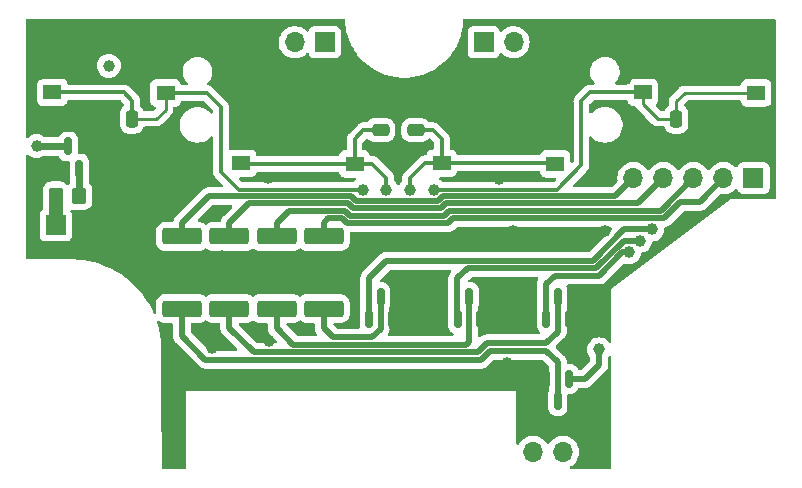
<source format=gtl>
G04 #@! TF.GenerationSoftware,KiCad,Pcbnew,7.0.6*
G04 #@! TF.CreationDate,2023-09-28T23:10:25+01:00*
G04 #@! TF.ProjectId,GalaxyModPCB,47616c61-7879-44d6-9f64-5043422e6b69,rev?*
G04 #@! TF.SameCoordinates,Original*
G04 #@! TF.FileFunction,Copper,L1,Top*
G04 #@! TF.FilePolarity,Positive*
%FSLAX46Y46*%
G04 Gerber Fmt 4.6, Leading zero omitted, Abs format (unit mm)*
G04 Created by KiCad (PCBNEW 7.0.6) date 2023-09-28 23:10:25*
%MOMM*%
%LPD*%
G01*
G04 APERTURE LIST*
G04 Aperture macros list*
%AMRoundRect*
0 Rectangle with rounded corners*
0 $1 Rounding radius*
0 $2 $3 $4 $5 $6 $7 $8 $9 X,Y pos of 4 corners*
0 Add a 4 corners polygon primitive as box body*
4,1,4,$2,$3,$4,$5,$6,$7,$8,$9,$2,$3,0*
0 Add four circle primitives for the rounded corners*
1,1,$1+$1,$2,$3*
1,1,$1+$1,$4,$5*
1,1,$1+$1,$6,$7*
1,1,$1+$1,$8,$9*
0 Add four rect primitives between the rounded corners*
20,1,$1+$1,$2,$3,$4,$5,0*
20,1,$1+$1,$4,$5,$6,$7,0*
20,1,$1+$1,$6,$7,$8,$9,0*
20,1,$1+$1,$8,$9,$2,$3,0*%
G04 Aperture macros list end*
G04 #@! TA.AperFunction,SMDPad,CuDef*
%ADD10RoundRect,0.250000X0.250000X0.475000X-0.250000X0.475000X-0.250000X-0.475000X0.250000X-0.475000X0*%
G04 #@! TD*
G04 #@! TA.AperFunction,SMDPad,CuDef*
%ADD11RoundRect,0.250000X0.475000X-0.250000X0.475000X0.250000X-0.475000X0.250000X-0.475000X-0.250000X0*%
G04 #@! TD*
G04 #@! TA.AperFunction,SMDPad,CuDef*
%ADD12R,1.550000X1.300000*%
G04 #@! TD*
G04 #@! TA.AperFunction,SMDPad,CuDef*
%ADD13RoundRect,0.150000X-0.150000X0.587500X-0.150000X-0.587500X0.150000X-0.587500X0.150000X0.587500X0*%
G04 #@! TD*
G04 #@! TA.AperFunction,SMDPad,CuDef*
%ADD14RoundRect,0.249999X-1.425001X0.450001X-1.425001X-0.450001X1.425001X-0.450001X1.425001X0.450001X0*%
G04 #@! TD*
G04 #@! TA.AperFunction,SMDPad,CuDef*
%ADD15RoundRect,0.150000X0.150000X-0.587500X0.150000X0.587500X-0.150000X0.587500X-0.150000X-0.587500X0*%
G04 #@! TD*
G04 #@! TA.AperFunction,SMDPad,CuDef*
%ADD16RoundRect,0.250000X-0.350000X-0.450000X0.350000X-0.450000X0.350000X0.450000X-0.350000X0.450000X0*%
G04 #@! TD*
G04 #@! TA.AperFunction,SMDPad,CuDef*
%ADD17RoundRect,0.250000X-0.250000X-0.475000X0.250000X-0.475000X0.250000X0.475000X-0.250000X0.475000X0*%
G04 #@! TD*
G04 #@! TA.AperFunction,ComponentPad*
%ADD18R,1.700000X1.700000*%
G04 #@! TD*
G04 #@! TA.AperFunction,ComponentPad*
%ADD19O,1.700000X1.700000*%
G04 #@! TD*
G04 #@! TA.AperFunction,ViaPad*
%ADD20C,1.000000*%
G04 #@! TD*
G04 #@! TA.AperFunction,Conductor*
%ADD21C,0.500000*%
G04 #@! TD*
G04 #@! TA.AperFunction,Conductor*
%ADD22C,0.600000*%
G04 #@! TD*
G04 #@! TA.AperFunction,Conductor*
%ADD23C,0.250000*%
G04 #@! TD*
G04 #@! TA.AperFunction,Conductor*
%ADD24C,0.300000*%
G04 #@! TD*
G04 #@! TA.AperFunction,Conductor*
%ADD25C,1.200000*%
G04 #@! TD*
G04 APERTURE END LIST*
D10*
X118950000Y-59500000D03*
X117050000Y-59500000D03*
D11*
X143000000Y-60450000D03*
X143000000Y-58550000D03*
D12*
X154800000Y-63300000D03*
X145200000Y-63250000D03*
X154800000Y-58800000D03*
X145200000Y-58750000D03*
D13*
X155950000Y-81525000D03*
X154050000Y-81525000D03*
X155000000Y-83400000D03*
D14*
X131200000Y-69450000D03*
X131200000Y-75550000D03*
D15*
X154050000Y-76437500D03*
X155950000Y-76437500D03*
X155000000Y-74562500D03*
D11*
X140000000Y-60450000D03*
X140000000Y-58550000D03*
D12*
X171800000Y-57300000D03*
X162200000Y-57250000D03*
X171800000Y-52800000D03*
X162200000Y-52750000D03*
D15*
X139050000Y-76437500D03*
X140950000Y-76437500D03*
X140000000Y-74562500D03*
X146550000Y-76437500D03*
X148450000Y-76437500D03*
X147500000Y-74562500D03*
D12*
X121800000Y-57300000D03*
X112200000Y-57250000D03*
X121800000Y-52800000D03*
X112200000Y-52750000D03*
D16*
X112500000Y-66000000D03*
X114500000Y-66000000D03*
D14*
X127200000Y-69450000D03*
X127200000Y-75550000D03*
X135200000Y-69450000D03*
X135200000Y-75550000D03*
X123200000Y-69450000D03*
X123200000Y-75550000D03*
D12*
X137800000Y-63300000D03*
X128200000Y-63250000D03*
X137800000Y-58800000D03*
X128200000Y-58750000D03*
D17*
X165050000Y-59500000D03*
X166950000Y-59500000D03*
D13*
X115450000Y-61825000D03*
X113550000Y-61825000D03*
X114500000Y-63700000D03*
D18*
X112500000Y-68500000D03*
D19*
X115040000Y-68500000D03*
D18*
X148725000Y-53000000D03*
D19*
X151265000Y-53000000D03*
D18*
X158000000Y-87700000D03*
D19*
X155460000Y-87700000D03*
X152920000Y-87700000D03*
D18*
X171575000Y-64500000D03*
D19*
X169035000Y-64500000D03*
X166495000Y-64500000D03*
X163955000Y-64500000D03*
X161415000Y-64500000D03*
D18*
X135275000Y-53000000D03*
D19*
X132735000Y-53000000D03*
D20*
X165400000Y-62500000D03*
X158800000Y-77300000D03*
X121500000Y-55000000D03*
X172700000Y-55000000D03*
X168500000Y-58900000D03*
X157900000Y-83300000D03*
X122800000Y-81900000D03*
X172700000Y-51900000D03*
X126600000Y-71100000D03*
X165700000Y-68200000D03*
X168500000Y-51900000D03*
X111000000Y-59500000D03*
X152200000Y-59700000D03*
X131250000Y-73800000D03*
X133100000Y-59700000D03*
X116350000Y-70600000D03*
X143900000Y-81600000D03*
X124250000Y-64000000D03*
X130700000Y-58600000D03*
X143000000Y-73000000D03*
X160800000Y-56100000D03*
X122800000Y-87600000D03*
X126100000Y-81600000D03*
X111000000Y-55750000D03*
X125500000Y-67800000D03*
X159000000Y-69000000D03*
X143000000Y-75900000D03*
X137250000Y-81600000D03*
X147800000Y-81900000D03*
X137750000Y-76750000D03*
X159000000Y-63250000D03*
X153600000Y-51800000D03*
X162500000Y-62500000D03*
X133500000Y-77400000D03*
X150000000Y-64600000D03*
X119250000Y-55000000D03*
X126750000Y-51750000D03*
X138900000Y-69900000D03*
X113000000Y-59750000D03*
X121250000Y-62500000D03*
X133925000Y-81600000D03*
X125750000Y-78931500D03*
X140575000Y-81600000D03*
X145300000Y-56900000D03*
X153000000Y-84500000D03*
X138250000Y-56750000D03*
X110750000Y-64750000D03*
X134200000Y-71300000D03*
X167000000Y-55000000D03*
X118000000Y-51750000D03*
X150100000Y-55400000D03*
X117800000Y-69500000D03*
X172700000Y-58900498D03*
X147200000Y-59900000D03*
X152000000Y-77000000D03*
X154800000Y-54400000D03*
X157500000Y-64750000D03*
X111050000Y-70250000D03*
X151000000Y-73500000D03*
X119000000Y-68500000D03*
X156500000Y-55300000D03*
X164700000Y-52700000D03*
X157500000Y-74000000D03*
X157000000Y-79000000D03*
X141500000Y-61500000D03*
X153000000Y-83300000D03*
X156800000Y-51800000D03*
X150700000Y-80200000D03*
X120150000Y-67500000D03*
X120050000Y-72750000D03*
X146850000Y-54700000D03*
X157100000Y-70000000D03*
X130500000Y-64500000D03*
X111900000Y-63500000D03*
X154000000Y-60750000D03*
X122800000Y-84800000D03*
X134600000Y-59600000D03*
X137050000Y-54900000D03*
X130600000Y-78300000D03*
X168500000Y-62500000D03*
X130250000Y-51750000D03*
X111050000Y-52200000D03*
X151200000Y-69000000D03*
X130600000Y-81600000D03*
X118700000Y-62600000D03*
X142950000Y-69900000D03*
X172550000Y-62350000D03*
X110900000Y-61800000D03*
X117000000Y-55000000D03*
X144500000Y-65500000D03*
X142500000Y-65500000D03*
X140500000Y-65500000D03*
X138500000Y-65500000D03*
X163000000Y-68857500D03*
X162000000Y-69806167D03*
X161043565Y-70799232D03*
X158500000Y-79000000D03*
D21*
X156000000Y-76487500D02*
X155950000Y-76437500D01*
D22*
X113550000Y-61825000D02*
X110925000Y-61825000D01*
D21*
X110925000Y-61825000D02*
X110900000Y-61800000D01*
D23*
X163500000Y-59500000D02*
X162200000Y-58200000D01*
D24*
X157000000Y-63425000D02*
X154925000Y-65500000D01*
X157750000Y-57250000D02*
X157000000Y-58000000D01*
X162200000Y-57250000D02*
X157750000Y-57250000D01*
D23*
X165050000Y-59500000D02*
X163500000Y-59500000D01*
D24*
X154925000Y-65500000D02*
X144500000Y-65500000D01*
X157000000Y-58000000D02*
X157000000Y-63425000D01*
D23*
X165050000Y-58000000D02*
X165750000Y-57300000D01*
X165050000Y-59500000D02*
X165050000Y-58000000D01*
X165750000Y-57300000D02*
X171800000Y-57300000D01*
X162200000Y-58200000D02*
X162200000Y-57250000D01*
D24*
X142500000Y-64500000D02*
X143750000Y-63250000D01*
X145200000Y-63250000D02*
X154750000Y-63250000D01*
X142500000Y-65500000D02*
X142500000Y-64500000D01*
X143000000Y-60450000D02*
X144450000Y-60450000D01*
X144450000Y-60450000D02*
X145200000Y-61200000D01*
X145200000Y-61200000D02*
X145200000Y-63250000D01*
X143750000Y-63250000D02*
X145200000Y-63250000D01*
X154750000Y-63250000D02*
X154800000Y-63300000D01*
X140500000Y-65500000D02*
X140500000Y-64500000D01*
X137800000Y-63300000D02*
X128250000Y-63300000D01*
X140500000Y-64500000D02*
X139300000Y-63300000D01*
X137800000Y-61200000D02*
X138550000Y-60450000D01*
X139300000Y-63300000D02*
X137800000Y-63300000D01*
X137800000Y-63300000D02*
X137800000Y-61200000D01*
X138550000Y-60450000D02*
X140000000Y-60450000D01*
X128250000Y-63300000D02*
X128200000Y-63250000D01*
D23*
X121800000Y-58700000D02*
X121800000Y-57300000D01*
D24*
X128000000Y-65500000D02*
X138500000Y-65500000D01*
X119000000Y-58000000D02*
X119000000Y-59450000D01*
X119000000Y-59450000D02*
X118950000Y-59500000D01*
X118250000Y-57250000D02*
X119000000Y-58000000D01*
X125300000Y-57300000D02*
X126500000Y-58500000D01*
D23*
X121000000Y-59500000D02*
X121800000Y-58700000D01*
D24*
X118250000Y-57250000D02*
X112200000Y-57250000D01*
X121800000Y-57300000D02*
X125300000Y-57300000D01*
X126500000Y-64000000D02*
X128000000Y-65500000D01*
X126500000Y-58500000D02*
X126500000Y-64000000D01*
D23*
X118950000Y-59500000D02*
X121000000Y-59500000D01*
D22*
X114500000Y-63700000D02*
X114500000Y-66000000D01*
D21*
X145672639Y-68331000D02*
X146095639Y-67908000D01*
X136720864Y-67908000D02*
X137143864Y-68331000D01*
X135200000Y-68300000D02*
X135592000Y-67908000D01*
X167035000Y-66500000D02*
X169035000Y-64500000D01*
X135592000Y-67908000D02*
X136720864Y-67908000D01*
X146095639Y-67908000D02*
X163973712Y-67908000D01*
X163973712Y-67908000D02*
X165381712Y-66500000D01*
X137143864Y-68331000D02*
X145672639Y-68331000D01*
X135200000Y-69450000D02*
X135200000Y-68300000D01*
X165381712Y-66500000D02*
X167035000Y-66500000D01*
X131200000Y-69450000D02*
X131200000Y-68300000D01*
X163714000Y-67281000D02*
X166495000Y-64500000D01*
X145412927Y-67704000D02*
X145835927Y-67281000D01*
X131200000Y-68300000D02*
X132219000Y-67281000D01*
X145835927Y-67281000D02*
X163714000Y-67281000D01*
X132219000Y-67281000D02*
X136980576Y-67281000D01*
X137403576Y-67704000D02*
X145412927Y-67704000D01*
X136980576Y-67281000D02*
X137403576Y-67704000D01*
X145153215Y-67077000D02*
X145576215Y-66654000D01*
X127200000Y-69450000D02*
X127200000Y-68300000D01*
X137663288Y-67077000D02*
X145153215Y-67077000D01*
X128846000Y-66654000D02*
X137240288Y-66654000D01*
X137240288Y-66654000D02*
X137663288Y-67077000D01*
X161801000Y-66654000D02*
X163955000Y-64500000D01*
X145576215Y-66654000D02*
X161801000Y-66654000D01*
X127200000Y-68300000D02*
X128846000Y-66654000D01*
X159888000Y-66027000D02*
X161415000Y-64500000D01*
X123200000Y-69450000D02*
X123200000Y-68300000D01*
X125473000Y-66027000D02*
X137500000Y-66027000D01*
X123200000Y-68300000D02*
X125473000Y-66027000D01*
X145316503Y-66027000D02*
X159888000Y-66027000D01*
X137923000Y-66450000D02*
X144893503Y-66450000D01*
X144893503Y-66450000D02*
X145316503Y-66027000D01*
X137500000Y-66027000D02*
X137923000Y-66450000D01*
X139050000Y-72950000D02*
X139050000Y-76437500D01*
X160643833Y-68856167D02*
X162998667Y-68856167D01*
X162998667Y-68856167D02*
X163000000Y-68857500D01*
X140500000Y-71500000D02*
X158000000Y-71500000D01*
X158000000Y-71500000D02*
X160643833Y-68856167D01*
X139050000Y-72950000D02*
X140500000Y-71500000D01*
X158259712Y-72127000D02*
X147373000Y-72127000D01*
X146500000Y-73000000D02*
X146500000Y-76387500D01*
X160580545Y-69806167D02*
X158259712Y-72127000D01*
X162000000Y-69806167D02*
X160580545Y-69806167D01*
X146500000Y-76387500D02*
X146550000Y-76437500D01*
X147373000Y-72127000D02*
X146500000Y-73000000D01*
X135200000Y-77200000D02*
X136000000Y-78000000D01*
X139250000Y-78000000D02*
X140000000Y-77250000D01*
X135200000Y-75550000D02*
X135200000Y-77200000D01*
X136000000Y-78000000D02*
X139250000Y-78000000D01*
X140000000Y-77250000D02*
X140000000Y-74562500D01*
X154000000Y-73500000D02*
X154000000Y-76387500D01*
X158519424Y-72754000D02*
X154746000Y-72754000D01*
X160474192Y-70799232D02*
X158519424Y-72754000D01*
X161043565Y-70799232D02*
X160474192Y-70799232D01*
X154000000Y-76387500D02*
X154050000Y-76437500D01*
X154746000Y-72754000D02*
X154000000Y-73500000D01*
X131200000Y-77200000D02*
X131200000Y-75550000D01*
X132627000Y-78627000D02*
X131200000Y-77200000D01*
X147500000Y-78377000D02*
X147250000Y-78627000D01*
X147250000Y-78627000D02*
X132627000Y-78627000D01*
X147500000Y-74562500D02*
X147500000Y-78377000D01*
X158500000Y-80300000D02*
X158500000Y-79000000D01*
X155950000Y-81525000D02*
X157275000Y-81525000D01*
X157275000Y-81525000D02*
X158500000Y-80300000D01*
X149000000Y-78500000D02*
X148246000Y-79254000D01*
X155000000Y-74562500D02*
X155000000Y-77500000D01*
X129254000Y-79254000D02*
X127200000Y-77200000D01*
X127200000Y-77200000D02*
X127200000Y-75550000D01*
X155000000Y-77500000D02*
X154000000Y-78500000D01*
X154000000Y-78500000D02*
X149000000Y-78500000D01*
X148246000Y-79254000D02*
X129254000Y-79254000D01*
X154027000Y-79127000D02*
X155000000Y-80100000D01*
X155000000Y-80100000D02*
X155000000Y-83400000D01*
X148505712Y-79881000D02*
X149259712Y-79127000D01*
X123200000Y-77900000D02*
X125181000Y-79881000D01*
X149259712Y-79127000D02*
X154027000Y-79127000D01*
X125181000Y-79881000D02*
X148505712Y-79881000D01*
X123200000Y-75550000D02*
X123200000Y-77900000D01*
D25*
X112500000Y-66000000D02*
X112500000Y-68500000D01*
G04 #@! TA.AperFunction,Conductor*
G36*
X121258808Y-76566965D02*
G01*
X121294142Y-76591825D01*
X121301341Y-76599024D01*
X121301347Y-76599029D01*
X121301348Y-76599030D01*
X121452261Y-76692115D01*
X121620573Y-76747887D01*
X121660527Y-76751968D01*
X121724446Y-76758500D01*
X121724454Y-76758500D01*
X122315500Y-76758500D01*
X122383621Y-76778502D01*
X122430114Y-76832158D01*
X122441500Y-76884500D01*
X122441500Y-77835559D01*
X122440170Y-77853819D01*
X122436659Y-77877786D01*
X122436659Y-77877791D01*
X122441259Y-77930384D01*
X122441499Y-77935868D01*
X122441499Y-77944171D01*
X122441500Y-77944183D01*
X122445347Y-77977095D01*
X122452112Y-78054419D01*
X122453596Y-78061606D01*
X122453531Y-78061619D01*
X122455165Y-78068989D01*
X122455229Y-78068975D01*
X122456921Y-78076116D01*
X122483473Y-78149064D01*
X122507885Y-78222736D01*
X122510987Y-78229388D01*
X122510926Y-78229416D01*
X122514211Y-78236202D01*
X122514270Y-78236173D01*
X122517560Y-78242724D01*
X122517564Y-78242731D01*
X122517565Y-78242732D01*
X122544334Y-78283432D01*
X122560233Y-78307605D01*
X122600967Y-78373648D01*
X122605522Y-78379408D01*
X122605468Y-78379450D01*
X122610228Y-78385292D01*
X122610279Y-78385250D01*
X122614993Y-78390868D01*
X122671482Y-78444163D01*
X124599092Y-80371773D01*
X124611065Y-80385627D01*
X124613321Y-80388658D01*
X124625531Y-80405058D01*
X124636403Y-80414181D01*
X124665975Y-80438994D01*
X124670021Y-80442702D01*
X124675899Y-80448580D01*
X124701896Y-80469136D01*
X124761360Y-80519032D01*
X124761366Y-80519035D01*
X124767495Y-80523067D01*
X124767457Y-80523123D01*
X124773811Y-80527171D01*
X124773847Y-80527114D01*
X124780089Y-80530964D01*
X124780091Y-80530965D01*
X124780094Y-80530967D01*
X124850447Y-80563773D01*
X124919812Y-80598609D01*
X124919814Y-80598609D01*
X124926713Y-80601121D01*
X124926689Y-80601184D01*
X124933806Y-80603658D01*
X124933828Y-80603594D01*
X124940792Y-80605902D01*
X125016818Y-80621599D01*
X125092343Y-80639500D01*
X125099632Y-80640352D01*
X125099624Y-80640418D01*
X125107123Y-80641184D01*
X125107129Y-80641118D01*
X125114434Y-80641756D01*
X125114442Y-80641758D01*
X125192061Y-80639500D01*
X148441271Y-80639500D01*
X148459531Y-80640830D01*
X148464427Y-80641547D01*
X148483501Y-80644341D01*
X148516858Y-80641422D01*
X148536097Y-80639740D01*
X148541590Y-80639500D01*
X148549888Y-80639500D01*
X148549892Y-80639500D01*
X148576224Y-80636421D01*
X148582808Y-80635652D01*
X148589572Y-80635060D01*
X148660138Y-80628887D01*
X148660144Y-80628884D01*
X148667330Y-80627402D01*
X148667343Y-80627468D01*
X148674699Y-80625836D01*
X148674684Y-80625771D01*
X148681816Y-80624079D01*
X148681825Y-80624079D01*
X148754777Y-80597526D01*
X148828450Y-80573114D01*
X148828452Y-80573112D01*
X148835101Y-80570012D01*
X148835130Y-80570074D01*
X148841915Y-80566789D01*
X148841885Y-80566729D01*
X148848440Y-80563436D01*
X148848444Y-80563435D01*
X148913317Y-80520766D01*
X148979363Y-80480030D01*
X148979372Y-80480020D01*
X148985120Y-80475477D01*
X148985162Y-80475531D01*
X148991001Y-80470775D01*
X148990958Y-80470723D01*
X148996577Y-80466006D01*
X148996586Y-80466001D01*
X149022065Y-80438994D01*
X149049876Y-80409517D01*
X149536989Y-79922404D01*
X149599301Y-79888379D01*
X149626084Y-79885500D01*
X153660629Y-79885500D01*
X153728750Y-79905502D01*
X153749724Y-79922405D01*
X154204595Y-80377276D01*
X154238621Y-80439588D01*
X154241500Y-80466371D01*
X154241500Y-82528745D01*
X154236497Y-82563897D01*
X154194438Y-82708667D01*
X154194437Y-82708670D01*
X154191500Y-82745994D01*
X154191500Y-84054006D01*
X154194437Y-84091329D01*
X154240856Y-84251105D01*
X154325544Y-84394303D01*
X154325549Y-84394310D01*
X154443189Y-84511950D01*
X154443196Y-84511955D01*
X154586394Y-84596643D01*
X154586397Y-84596643D01*
X154586399Y-84596645D01*
X154746169Y-84643062D01*
X154753634Y-84643649D01*
X154783494Y-84646000D01*
X154783498Y-84646000D01*
X155216506Y-84646000D01*
X155241388Y-84644041D01*
X155253831Y-84643062D01*
X155413601Y-84596645D01*
X155413603Y-84596643D01*
X155413605Y-84596643D01*
X155485204Y-84554299D01*
X155556807Y-84511953D01*
X155674453Y-84394307D01*
X155759145Y-84251101D01*
X155805562Y-84091331D01*
X155808500Y-84054002D01*
X155808500Y-82896999D01*
X155828502Y-82828879D01*
X155882158Y-82782386D01*
X155934500Y-82771000D01*
X156166506Y-82771000D01*
X156191388Y-82769041D01*
X156203831Y-82768062D01*
X156363601Y-82721645D01*
X156363603Y-82721643D01*
X156363605Y-82721643D01*
X156435203Y-82679298D01*
X156506807Y-82636953D01*
X156624453Y-82519307D01*
X156709145Y-82376101D01*
X156709654Y-82374347D01*
X156710428Y-82373134D01*
X156712291Y-82368831D01*
X156712985Y-82369131D01*
X156747866Y-82314512D01*
X156812362Y-82284834D01*
X156830651Y-82283500D01*
X157210559Y-82283500D01*
X157228819Y-82284830D01*
X157233715Y-82285547D01*
X157252789Y-82288341D01*
X157286146Y-82285422D01*
X157305385Y-82283740D01*
X157310878Y-82283500D01*
X157319176Y-82283500D01*
X157319180Y-82283500D01*
X157345512Y-82280421D01*
X157352096Y-82279652D01*
X157358861Y-82279060D01*
X157429426Y-82272887D01*
X157429432Y-82272884D01*
X157436618Y-82271402D01*
X157436631Y-82271468D01*
X157443987Y-82269836D01*
X157443972Y-82269771D01*
X157451104Y-82268079D01*
X157451113Y-82268079D01*
X157524065Y-82241526D01*
X157597738Y-82217114D01*
X157597740Y-82217112D01*
X157604389Y-82214012D01*
X157604418Y-82214074D01*
X157611203Y-82210789D01*
X157611173Y-82210729D01*
X157617728Y-82207436D01*
X157617732Y-82207435D01*
X157682605Y-82164766D01*
X157748651Y-82124030D01*
X157748660Y-82124020D01*
X157754408Y-82119477D01*
X157754450Y-82119531D01*
X157760289Y-82114775D01*
X157760246Y-82114723D01*
X157765865Y-82110006D01*
X157765874Y-82110001D01*
X157819163Y-82053517D01*
X158990784Y-80881895D01*
X159004617Y-80869941D01*
X159024058Y-80855469D01*
X159058001Y-80815015D01*
X159061700Y-80810979D01*
X159067581Y-80805100D01*
X159077547Y-80792494D01*
X159088135Y-80779105D01*
X159115495Y-80746498D01*
X159138032Y-80719640D01*
X159138033Y-80719636D01*
X159138036Y-80719634D01*
X159142070Y-80713502D01*
X159142127Y-80713539D01*
X159146171Y-80707191D01*
X159146112Y-80707155D01*
X159149961Y-80700912D01*
X159149967Y-80700905D01*
X159182775Y-80630547D01*
X159217609Y-80561188D01*
X159217610Y-80561182D01*
X159220119Y-80554291D01*
X159220184Y-80554314D01*
X159222658Y-80547197D01*
X159222594Y-80547176D01*
X159224903Y-80540208D01*
X159240607Y-80464150D01*
X159252719Y-80413047D01*
X159258500Y-80388656D01*
X159258500Y-80388649D01*
X159259352Y-80381368D01*
X159259419Y-80381375D01*
X159260185Y-80373877D01*
X159260119Y-80373872D01*
X159260757Y-80366565D01*
X159260759Y-80366558D01*
X159258500Y-80288920D01*
X159258500Y-79710555D01*
X159278502Y-79642435D01*
X159287097Y-79630627D01*
X159306102Y-79607469D01*
X159364779Y-79567502D01*
X159435750Y-79565602D01*
X159496482Y-79602374D01*
X159527693Y-79666142D01*
X159529500Y-79687405D01*
X159529500Y-89033500D01*
X159509498Y-89101621D01*
X159455842Y-89148114D01*
X159403500Y-89159500D01*
X156114951Y-89159500D01*
X156046830Y-89139498D01*
X156000337Y-89085842D01*
X155990233Y-89015568D01*
X156019727Y-88950988D01*
X156054982Y-88922686D01*
X156205576Y-88841189D01*
X156383240Y-88702906D01*
X156535722Y-88537268D01*
X156658860Y-88348791D01*
X156749296Y-88142616D01*
X156804564Y-87924368D01*
X156823156Y-87700000D01*
X156804564Y-87475632D01*
X156749296Y-87257384D01*
X156658860Y-87051209D01*
X156603492Y-86966462D01*
X156535724Y-86862734D01*
X156535720Y-86862729D01*
X156383237Y-86697091D01*
X156301382Y-86633381D01*
X156205576Y-86558811D01*
X156007574Y-86451658D01*
X156007572Y-86451657D01*
X156007571Y-86451656D01*
X155794639Y-86378557D01*
X155794630Y-86378555D01*
X155750476Y-86371187D01*
X155572569Y-86341500D01*
X155347431Y-86341500D01*
X155199210Y-86366233D01*
X155125369Y-86378555D01*
X155125360Y-86378557D01*
X154912428Y-86451656D01*
X154912426Y-86451658D01*
X154714426Y-86558810D01*
X154714424Y-86558811D01*
X154536762Y-86697091D01*
X154384279Y-86862729D01*
X154384279Y-86862730D01*
X154295482Y-86998643D01*
X154241478Y-87044731D01*
X154171130Y-87054306D01*
X154106773Y-87024328D01*
X154084516Y-86998642D01*
X153995724Y-86862734D01*
X153995720Y-86862729D01*
X153843237Y-86697091D01*
X153761382Y-86633381D01*
X153665576Y-86558811D01*
X153467574Y-86451658D01*
X153467572Y-86451657D01*
X153467571Y-86451656D01*
X153254639Y-86378557D01*
X153254630Y-86378555D01*
X153210476Y-86371187D01*
X153032569Y-86341500D01*
X152807431Y-86341500D01*
X152659211Y-86366233D01*
X152585369Y-86378555D01*
X152585360Y-86378557D01*
X152372428Y-86451656D01*
X152372426Y-86451658D01*
X152174426Y-86558810D01*
X152174424Y-86558811D01*
X151996762Y-86697091D01*
X151844279Y-86862729D01*
X151844275Y-86862734D01*
X151731483Y-87035377D01*
X151677479Y-87081466D01*
X151607132Y-87091041D01*
X151542774Y-87061064D01*
X151504841Y-87001051D01*
X151500000Y-86966462D01*
X151500000Y-82500000D01*
X123500000Y-82500000D01*
X123500000Y-89033500D01*
X123479998Y-89101621D01*
X123426342Y-89148114D01*
X123374000Y-89159500D01*
X121625070Y-89159500D01*
X121556949Y-89139498D01*
X121510456Y-89085842D01*
X121499078Y-89034932D01*
X121498124Y-88950988D01*
X121430500Y-82999983D01*
X121430500Y-78999901D01*
X121430500Y-78739676D01*
X121409996Y-78439927D01*
X121407183Y-78361145D01*
X121403815Y-78349555D01*
X121394970Y-78220241D01*
X121350086Y-77893687D01*
X121343171Y-77829372D01*
X121340093Y-77820987D01*
X121324075Y-77704443D01*
X121321255Y-77690874D01*
X121250262Y-77349235D01*
X121241993Y-77303405D01*
X121239651Y-77298172D01*
X121218146Y-77194684D01*
X121109775Y-76807905D01*
X121104131Y-76785792D01*
X121102969Y-76783614D01*
X121083720Y-76714915D01*
X121084601Y-76643924D01*
X121123723Y-76584679D01*
X121188665Y-76555990D01*
X121258808Y-76566965D01*
G37*
G04 #@! TD.AperFunction*
G04 #@! TA.AperFunction,Conductor*
G36*
X136941621Y-51020502D02*
G01*
X136988114Y-51074158D01*
X136999500Y-51126500D01*
X136999500Y-51218326D01*
X137020674Y-51460355D01*
X137024506Y-51545683D01*
X137029559Y-51561915D01*
X137037556Y-51653314D01*
X137082236Y-51906707D01*
X137092905Y-51985468D01*
X137098545Y-51999200D01*
X137105881Y-52040803D01*
X137113381Y-52083337D01*
X137183992Y-52346860D01*
X137200109Y-52417473D01*
X137205918Y-52428694D01*
X137226396Y-52505116D01*
X137325460Y-52777293D01*
X137345259Y-52838229D01*
X137350838Y-52847018D01*
X137375740Y-52915434D01*
X137505932Y-53194632D01*
X137527219Y-53244435D01*
X137532169Y-53250899D01*
X137560276Y-53311172D01*
X137724554Y-53595711D01*
X137744550Y-53632870D01*
X137748496Y-53637180D01*
X137778598Y-53689319D01*
X137778598Y-53689318D01*
X137778603Y-53689326D01*
X137967568Y-53959196D01*
X137980266Y-53977331D01*
X137995542Y-54000473D01*
X137998125Y-54002837D01*
X138015526Y-54027688D01*
X138029057Y-54047012D01*
X138271996Y-54336536D01*
X138278196Y-54344310D01*
X138279100Y-54345001D01*
X138309732Y-54381507D01*
X138618493Y-54690268D01*
X138952988Y-54970943D01*
X139310674Y-55221397D01*
X139310678Y-55221399D01*
X139310682Y-55221402D01*
X139501314Y-55331463D01*
X139688826Y-55439723D01*
X139688828Y-55439724D01*
X139688827Y-55439724D01*
X139884754Y-55531086D01*
X140084568Y-55624261D01*
X140206213Y-55668536D01*
X140494884Y-55773604D01*
X140494883Y-55773604D01*
X140916663Y-55886619D01*
X141346686Y-55962444D01*
X141346686Y-55962443D01*
X141781673Y-56000500D01*
X141781674Y-56000500D01*
X142218326Y-56000500D01*
X142218327Y-56000500D01*
X142653314Y-55962443D01*
X142653314Y-55962444D01*
X143083337Y-55886619D01*
X143505117Y-55773604D01*
X143505116Y-55773604D01*
X143793787Y-55668536D01*
X143915432Y-55624261D01*
X144115246Y-55531086D01*
X144311173Y-55439724D01*
X144311172Y-55439724D01*
X144311174Y-55439723D01*
X144498686Y-55331463D01*
X144689318Y-55221402D01*
X144689321Y-55221399D01*
X144689326Y-55221397D01*
X145047012Y-54970943D01*
X145381507Y-54690268D01*
X145690264Y-54381511D01*
X145690263Y-54381513D01*
X145690779Y-54380896D01*
X145720898Y-54345002D01*
X145721645Y-54344505D01*
X145727949Y-54336600D01*
X145970943Y-54047012D01*
X146001873Y-54002839D01*
X146004035Y-54001110D01*
X146019699Y-53977380D01*
X146074827Y-53898649D01*
X147366500Y-53898649D01*
X147373009Y-53959196D01*
X147373011Y-53959204D01*
X147424110Y-54096202D01*
X147424112Y-54096207D01*
X147511738Y-54213261D01*
X147628792Y-54300887D01*
X147628794Y-54300888D01*
X147628796Y-54300889D01*
X147683900Y-54321442D01*
X147765795Y-54351988D01*
X147765803Y-54351990D01*
X147826350Y-54358499D01*
X147826355Y-54358499D01*
X147826362Y-54358500D01*
X147826368Y-54358500D01*
X149623632Y-54358500D01*
X149623638Y-54358500D01*
X149623645Y-54358499D01*
X149623649Y-54358499D01*
X149684196Y-54351990D01*
X149684199Y-54351989D01*
X149684201Y-54351989D01*
X149821204Y-54300889D01*
X149889852Y-54249500D01*
X149938261Y-54213261D01*
X150025886Y-54096208D01*
X150025885Y-54096208D01*
X150025889Y-54096204D01*
X150069999Y-53977939D01*
X150112545Y-53921107D01*
X150179066Y-53896296D01*
X150248440Y-53911388D01*
X150280753Y-53936635D01*
X150341699Y-54002840D01*
X150341762Y-54002908D01*
X150345853Y-54006092D01*
X150519424Y-54141189D01*
X150717426Y-54248342D01*
X150717427Y-54248342D01*
X150717428Y-54248343D01*
X150819640Y-54283432D01*
X150930365Y-54321444D01*
X151152431Y-54358500D01*
X151152435Y-54358500D01*
X151377565Y-54358500D01*
X151377569Y-54358500D01*
X151599635Y-54321444D01*
X151812574Y-54248342D01*
X152010576Y-54141189D01*
X152188240Y-54002906D01*
X152340722Y-53837268D01*
X152463860Y-53648791D01*
X152554296Y-53442616D01*
X152609564Y-53224368D01*
X152628156Y-53000000D01*
X152609564Y-52775632D01*
X152554296Y-52557384D01*
X152463860Y-52351209D01*
X152446500Y-52324637D01*
X152340724Y-52162734D01*
X152340720Y-52162729D01*
X152211220Y-52022057D01*
X152188240Y-51997094D01*
X152188239Y-51997093D01*
X152188237Y-51997091D01*
X152068372Y-51903796D01*
X152010576Y-51858811D01*
X151812574Y-51751658D01*
X151812572Y-51751657D01*
X151812571Y-51751656D01*
X151599639Y-51678557D01*
X151599630Y-51678555D01*
X151555476Y-51671187D01*
X151377569Y-51641500D01*
X151152431Y-51641500D01*
X151004211Y-51666233D01*
X150930369Y-51678555D01*
X150930360Y-51678557D01*
X150717428Y-51751656D01*
X150717426Y-51751658D01*
X150519426Y-51858810D01*
X150519424Y-51858811D01*
X150341762Y-51997091D01*
X150280754Y-52063363D01*
X150219901Y-52099933D01*
X150148936Y-52097798D01*
X150090391Y-52057636D01*
X150069999Y-52022057D01*
X150026989Y-51906746D01*
X150025889Y-51903796D01*
X150025888Y-51903794D01*
X150025887Y-51903792D01*
X149938261Y-51786738D01*
X149821207Y-51699112D01*
X149821202Y-51699110D01*
X149684204Y-51648011D01*
X149684196Y-51648009D01*
X149623649Y-51641500D01*
X149623638Y-51641500D01*
X147826362Y-51641500D01*
X147826350Y-51641500D01*
X147765803Y-51648009D01*
X147765795Y-51648011D01*
X147628797Y-51699110D01*
X147628792Y-51699112D01*
X147511738Y-51786738D01*
X147424112Y-51903792D01*
X147424110Y-51903797D01*
X147373011Y-52040795D01*
X147373009Y-52040803D01*
X147366500Y-52101350D01*
X147366500Y-53898649D01*
X146074827Y-53898649D01*
X146221397Y-53689326D01*
X146251501Y-53637183D01*
X146254840Y-53633999D01*
X146275433Y-53595732D01*
X146275446Y-53595711D01*
X146439723Y-53311174D01*
X146467830Y-53250899D01*
X146472079Y-53246072D01*
X146494046Y-53194676D01*
X146624261Y-52915432D01*
X146649161Y-52847018D01*
X146654032Y-52840402D01*
X146674521Y-52777342D01*
X146773605Y-52505112D01*
X146794079Y-52428699D01*
X146799272Y-52420179D01*
X146815993Y-52346914D01*
X146886619Y-52083337D01*
X146901453Y-51999208D01*
X146906652Y-51988716D01*
X146917753Y-51906765D01*
X146954368Y-51699112D01*
X146962444Y-51653314D01*
X146962443Y-51653315D01*
X146970429Y-51562035D01*
X146975318Y-51549536D01*
X146979321Y-51460397D01*
X147000500Y-51218327D01*
X147000500Y-51126785D01*
X147020502Y-51058665D01*
X147074158Y-51012172D01*
X147126780Y-51000786D01*
X173373786Y-51060213D01*
X173441861Y-51080370D01*
X173488232Y-51134130D01*
X173499500Y-51186213D01*
X173499500Y-66173500D01*
X173479498Y-66241621D01*
X173425842Y-66288114D01*
X173373500Y-66299500D01*
X169694750Y-66299500D01*
X169690849Y-66299226D01*
X169690064Y-66299404D01*
X169689616Y-66299616D01*
X169688796Y-66299958D01*
X169685984Y-66302384D01*
X159542158Y-73910254D01*
X159534663Y-73914555D01*
X159529489Y-73919744D01*
X159528411Y-73927399D01*
X159529500Y-73936002D01*
X159529500Y-78312594D01*
X159509498Y-78380715D01*
X159455842Y-78427208D01*
X159385568Y-78437312D01*
X159320988Y-78407818D01*
X159306101Y-78392528D01*
X159303816Y-78389744D01*
X159216568Y-78283432D01*
X159063004Y-78157405D01*
X158887804Y-78063759D01*
X158697701Y-78006092D01*
X158697700Y-78006091D01*
X158697694Y-78006090D01*
X158500003Y-77986620D01*
X158499997Y-77986620D01*
X158302305Y-78006090D01*
X158112195Y-78063759D01*
X157936995Y-78157405D01*
X157783432Y-78283432D01*
X157657405Y-78436995D01*
X157563759Y-78612195D01*
X157506090Y-78802305D01*
X157486620Y-78999996D01*
X157486620Y-79000003D01*
X157506090Y-79197694D01*
X157506091Y-79197700D01*
X157506092Y-79197701D01*
X157563759Y-79387804D01*
X157657405Y-79563004D01*
X157712898Y-79630622D01*
X157740653Y-79695968D01*
X157741500Y-79710556D01*
X157741500Y-79933629D01*
X157721498Y-80001750D01*
X157704595Y-80022724D01*
X156997724Y-80729595D01*
X156935412Y-80763621D01*
X156908629Y-80766500D01*
X156830651Y-80766500D01*
X156762530Y-80746498D01*
X156716037Y-80692842D01*
X156709654Y-80675652D01*
X156709145Y-80673899D01*
X156691664Y-80644341D01*
X156624455Y-80530696D01*
X156624450Y-80530689D01*
X156506810Y-80413049D01*
X156506803Y-80413044D01*
X156363605Y-80328356D01*
X156203829Y-80281937D01*
X156166506Y-80279000D01*
X156166502Y-80279000D01*
X155886176Y-80279000D01*
X155818055Y-80258998D01*
X155771562Y-80205342D01*
X155761458Y-80135068D01*
X155761506Y-80134743D01*
X155763340Y-80122217D01*
X155763341Y-80122211D01*
X155760875Y-80094027D01*
X155758740Y-80069614D01*
X155758500Y-80064121D01*
X155758500Y-80055819D01*
X155754652Y-80022905D01*
X155752801Y-80001750D01*
X155747887Y-79945574D01*
X155747885Y-79945570D01*
X155746403Y-79938388D01*
X155746469Y-79938374D01*
X155744837Y-79931012D01*
X155744772Y-79931028D01*
X155743080Y-79923890D01*
X155716526Y-79850934D01*
X155716525Y-79850933D01*
X155692114Y-79777262D01*
X155692109Y-79777255D01*
X155689012Y-79770611D01*
X155689074Y-79770581D01*
X155685788Y-79763795D01*
X155685728Y-79763826D01*
X155682433Y-79757265D01*
X155639766Y-79692394D01*
X155599031Y-79626351D01*
X155599030Y-79626349D01*
X155599027Y-79626346D01*
X155594478Y-79620592D01*
X155594531Y-79620549D01*
X155589766Y-79614700D01*
X155589715Y-79614744D01*
X155584998Y-79609122D01*
X155528518Y-79555837D01*
X155360485Y-79387804D01*
X154861774Y-78889093D01*
X154827751Y-78826783D01*
X154832815Y-78755968D01*
X154861773Y-78710907D01*
X155490781Y-78081898D01*
X155504620Y-78069938D01*
X155524058Y-78055469D01*
X155558001Y-78015015D01*
X155561700Y-78010979D01*
X155567581Y-78005100D01*
X155577547Y-77992494D01*
X155588135Y-77979105D01*
X155612596Y-77949953D01*
X155638032Y-77919640D01*
X155638033Y-77919636D01*
X155638036Y-77919634D01*
X155642070Y-77913502D01*
X155642127Y-77913539D01*
X155646171Y-77907191D01*
X155646112Y-77907155D01*
X155649961Y-77900912D01*
X155649967Y-77900905D01*
X155682775Y-77830547D01*
X155717609Y-77761188D01*
X155717610Y-77761182D01*
X155720119Y-77754291D01*
X155720184Y-77754314D01*
X155722658Y-77747197D01*
X155722594Y-77747176D01*
X155724903Y-77740208D01*
X155740607Y-77664150D01*
X155747742Y-77634047D01*
X155758500Y-77588656D01*
X155758500Y-77588649D01*
X155759352Y-77581368D01*
X155759419Y-77581375D01*
X155760185Y-77573877D01*
X155760119Y-77573872D01*
X155760757Y-77566565D01*
X155760759Y-77566558D01*
X155758500Y-77488920D01*
X155758500Y-75433751D01*
X155763503Y-75398599D01*
X155805562Y-75253831D01*
X155808500Y-75216502D01*
X155808500Y-73908498D01*
X155805562Y-73871169D01*
X155759145Y-73711399D01*
X155753965Y-73702640D01*
X155736505Y-73633824D01*
X155759021Y-73566493D01*
X155814365Y-73522023D01*
X155862418Y-73512500D01*
X158454983Y-73512500D01*
X158473243Y-73513830D01*
X158478139Y-73514547D01*
X158497213Y-73517341D01*
X158530570Y-73514422D01*
X158549809Y-73512740D01*
X158555302Y-73512500D01*
X158563600Y-73512500D01*
X158563604Y-73512500D01*
X158589936Y-73509421D01*
X158596520Y-73508652D01*
X158603284Y-73508060D01*
X158673850Y-73501887D01*
X158673856Y-73501884D01*
X158681042Y-73500402D01*
X158681055Y-73500468D01*
X158688411Y-73498836D01*
X158688396Y-73498771D01*
X158695528Y-73497079D01*
X158695537Y-73497079D01*
X158768489Y-73470526D01*
X158842162Y-73446114D01*
X158842164Y-73446112D01*
X158848813Y-73443012D01*
X158848842Y-73443074D01*
X158855627Y-73439789D01*
X158855597Y-73439729D01*
X158862152Y-73436436D01*
X158862156Y-73436435D01*
X158927029Y-73393766D01*
X158993075Y-73353030D01*
X158993084Y-73353020D01*
X158998832Y-73348477D01*
X158998874Y-73348531D01*
X159004713Y-73343775D01*
X159004670Y-73343723D01*
X159010289Y-73339006D01*
X159010298Y-73339001D01*
X159063587Y-73282517D01*
X160567735Y-71778368D01*
X160630044Y-71744346D01*
X160693401Y-71746890D01*
X160845864Y-71793140D01*
X160845868Y-71793140D01*
X160845870Y-71793141D01*
X161043562Y-71812612D01*
X161043565Y-71812612D01*
X161043568Y-71812612D01*
X161241259Y-71793141D01*
X161241260Y-71793140D01*
X161241266Y-71793140D01*
X161431369Y-71735473D01*
X161606569Y-71641827D01*
X161760133Y-71515800D01*
X161886160Y-71362236D01*
X161979806Y-71187036D01*
X162037473Y-70996933D01*
X162045346Y-70916990D01*
X162071927Y-70851159D01*
X162129881Y-70810148D01*
X162158390Y-70803947D01*
X162197694Y-70800076D01*
X162197695Y-70800075D01*
X162197701Y-70800075D01*
X162387804Y-70742408D01*
X162563004Y-70648762D01*
X162716568Y-70522735D01*
X162842595Y-70369171D01*
X162936241Y-70193971D01*
X162993908Y-70003868D01*
X162996939Y-69973090D01*
X163023519Y-69907261D01*
X163081472Y-69866249D01*
X163109981Y-69860047D01*
X163162393Y-69854885D01*
X163197693Y-69851409D01*
X163197694Y-69851408D01*
X163197701Y-69851408D01*
X163387804Y-69793741D01*
X163563004Y-69700095D01*
X163716568Y-69574068D01*
X163842595Y-69420504D01*
X163936241Y-69245304D01*
X163993908Y-69055201D01*
X163997069Y-69023115D01*
X164013380Y-68857503D01*
X164013380Y-68857499D01*
X164007158Y-68794334D01*
X164020386Y-68724580D01*
X164069225Y-68673051D01*
X164121570Y-68656461D01*
X164128138Y-68655887D01*
X164128144Y-68655884D01*
X164135330Y-68654402D01*
X164135343Y-68654468D01*
X164142699Y-68652836D01*
X164142684Y-68652771D01*
X164149816Y-68651079D01*
X164149825Y-68651079D01*
X164222777Y-68624526D01*
X164296450Y-68600114D01*
X164296452Y-68600112D01*
X164303101Y-68597012D01*
X164303130Y-68597074D01*
X164309915Y-68593789D01*
X164309885Y-68593729D01*
X164316440Y-68590436D01*
X164316444Y-68590435D01*
X164381317Y-68547766D01*
X164447363Y-68507030D01*
X164447372Y-68507020D01*
X164453120Y-68502477D01*
X164453162Y-68502531D01*
X164459001Y-68497775D01*
X164458958Y-68497723D01*
X164464577Y-68493006D01*
X164464586Y-68493001D01*
X164517875Y-68436517D01*
X165658987Y-67295405D01*
X165721300Y-67261379D01*
X165748083Y-67258500D01*
X166970559Y-67258500D01*
X166988819Y-67259830D01*
X166993715Y-67260547D01*
X167012789Y-67263341D01*
X167046146Y-67260422D01*
X167065385Y-67258740D01*
X167070878Y-67258500D01*
X167079176Y-67258500D01*
X167079180Y-67258500D01*
X167105512Y-67255421D01*
X167112096Y-67254652D01*
X167118860Y-67254060D01*
X167189426Y-67247887D01*
X167189432Y-67247884D01*
X167196618Y-67246402D01*
X167196631Y-67246468D01*
X167203987Y-67244836D01*
X167203972Y-67244771D01*
X167211104Y-67243079D01*
X167211113Y-67243079D01*
X167284065Y-67216526D01*
X167357738Y-67192114D01*
X167357740Y-67192112D01*
X167364389Y-67189012D01*
X167364418Y-67189074D01*
X167371203Y-67185789D01*
X167371173Y-67185729D01*
X167377728Y-67182436D01*
X167377732Y-67182435D01*
X167442605Y-67139766D01*
X167508651Y-67099030D01*
X167508660Y-67099020D01*
X167514408Y-67094477D01*
X167514450Y-67094531D01*
X167520289Y-67089775D01*
X167520246Y-67089723D01*
X167525865Y-67085006D01*
X167525874Y-67085001D01*
X167579163Y-67028517D01*
X168728097Y-65879582D01*
X168790406Y-65845560D01*
X168837928Y-65844399D01*
X168922429Y-65858500D01*
X168922431Y-65858500D01*
X169147565Y-65858500D01*
X169147569Y-65858500D01*
X169369635Y-65821444D01*
X169582574Y-65748342D01*
X169780576Y-65641189D01*
X169958240Y-65502906D01*
X170019245Y-65436637D01*
X170080096Y-65400067D01*
X170151061Y-65402200D01*
X170209606Y-65442362D01*
X170230000Y-65477941D01*
X170274111Y-65596204D01*
X170274112Y-65596207D01*
X170361738Y-65713261D01*
X170478792Y-65800887D01*
X170478794Y-65800888D01*
X170478796Y-65800889D01*
X170533900Y-65821442D01*
X170615795Y-65851988D01*
X170615803Y-65851990D01*
X170676350Y-65858499D01*
X170676355Y-65858499D01*
X170676362Y-65858500D01*
X170676368Y-65858500D01*
X172473632Y-65858500D01*
X172473638Y-65858500D01*
X172473645Y-65858499D01*
X172473649Y-65858499D01*
X172534196Y-65851990D01*
X172534199Y-65851989D01*
X172534201Y-65851989D01*
X172671204Y-65800889D01*
X172741399Y-65748342D01*
X172788261Y-65713261D01*
X172875887Y-65596207D01*
X172875887Y-65596206D01*
X172875889Y-65596204D01*
X172926989Y-65459201D01*
X172928800Y-65442362D01*
X172933499Y-65398649D01*
X172933500Y-65398632D01*
X172933500Y-63601367D01*
X172933499Y-63601350D01*
X172926990Y-63540803D01*
X172926988Y-63540795D01*
X172875889Y-63403797D01*
X172875887Y-63403792D01*
X172788261Y-63286738D01*
X172671207Y-63199112D01*
X172671202Y-63199110D01*
X172534204Y-63148011D01*
X172534196Y-63148009D01*
X172473649Y-63141500D01*
X172473638Y-63141500D01*
X170676362Y-63141500D01*
X170676350Y-63141500D01*
X170615803Y-63148009D01*
X170615795Y-63148011D01*
X170478797Y-63199110D01*
X170478792Y-63199112D01*
X170361738Y-63286738D01*
X170274112Y-63403792D01*
X170274111Y-63403795D01*
X170230000Y-63522058D01*
X170187453Y-63578893D01*
X170120932Y-63603703D01*
X170051558Y-63588611D01*
X170019246Y-63563363D01*
X169958240Y-63497094D01*
X169958239Y-63497093D01*
X169958237Y-63497091D01*
X169838372Y-63403796D01*
X169780576Y-63358811D01*
X169582574Y-63251658D01*
X169582572Y-63251657D01*
X169582571Y-63251656D01*
X169369639Y-63178557D01*
X169369630Y-63178555D01*
X169325476Y-63171187D01*
X169147569Y-63141500D01*
X168922431Y-63141500D01*
X168774211Y-63166233D01*
X168700369Y-63178555D01*
X168700360Y-63178557D01*
X168487428Y-63251656D01*
X168487426Y-63251658D01*
X168289426Y-63358810D01*
X168289424Y-63358811D01*
X168111762Y-63497091D01*
X167959279Y-63662729D01*
X167870483Y-63798643D01*
X167816479Y-63844731D01*
X167746131Y-63854306D01*
X167681774Y-63824329D01*
X167659517Y-63798643D01*
X167570720Y-63662729D01*
X167418237Y-63497091D01*
X167298372Y-63403796D01*
X167240576Y-63358811D01*
X167042574Y-63251658D01*
X167042572Y-63251657D01*
X167042571Y-63251656D01*
X166829639Y-63178557D01*
X166829630Y-63178555D01*
X166785476Y-63171187D01*
X166607569Y-63141500D01*
X166382431Y-63141500D01*
X166234211Y-63166233D01*
X166160369Y-63178555D01*
X166160360Y-63178557D01*
X165947428Y-63251656D01*
X165947426Y-63251658D01*
X165749426Y-63358810D01*
X165749424Y-63358811D01*
X165571762Y-63497091D01*
X165419279Y-63662729D01*
X165330483Y-63798643D01*
X165276479Y-63844731D01*
X165206131Y-63854306D01*
X165141774Y-63824329D01*
X165119517Y-63798643D01*
X165030720Y-63662729D01*
X164878237Y-63497091D01*
X164758372Y-63403796D01*
X164700576Y-63358811D01*
X164502574Y-63251658D01*
X164502572Y-63251657D01*
X164502571Y-63251656D01*
X164289639Y-63178557D01*
X164289630Y-63178555D01*
X164245476Y-63171187D01*
X164067569Y-63141500D01*
X163842431Y-63141500D01*
X163694211Y-63166233D01*
X163620369Y-63178555D01*
X163620360Y-63178557D01*
X163407428Y-63251656D01*
X163407426Y-63251658D01*
X163209426Y-63358810D01*
X163209424Y-63358811D01*
X163031762Y-63497091D01*
X162879279Y-63662729D01*
X162790483Y-63798643D01*
X162736479Y-63844731D01*
X162666131Y-63854306D01*
X162601774Y-63824329D01*
X162579517Y-63798643D01*
X162490720Y-63662729D01*
X162338237Y-63497091D01*
X162218372Y-63403796D01*
X162160576Y-63358811D01*
X161962574Y-63251658D01*
X161962572Y-63251657D01*
X161962571Y-63251656D01*
X161749639Y-63178557D01*
X161749630Y-63178555D01*
X161705476Y-63171187D01*
X161527569Y-63141500D01*
X161302431Y-63141500D01*
X161154211Y-63166233D01*
X161080369Y-63178555D01*
X161080360Y-63178557D01*
X160867428Y-63251656D01*
X160867426Y-63251658D01*
X160669426Y-63358810D01*
X160669424Y-63358811D01*
X160491762Y-63497091D01*
X160339279Y-63662729D01*
X160339275Y-63662734D01*
X160216141Y-63851206D01*
X160125703Y-64057386D01*
X160125702Y-64057387D01*
X160070437Y-64275624D01*
X160070436Y-64275630D01*
X160070436Y-64275632D01*
X160055822Y-64451989D01*
X160051844Y-64500000D01*
X160069249Y-64710042D01*
X160054940Y-64779582D01*
X160032775Y-64809542D01*
X159610724Y-65231595D01*
X159548412Y-65265620D01*
X159521628Y-65268500D01*
X156391950Y-65268500D01*
X156323829Y-65248498D01*
X156277336Y-65194842D01*
X156267232Y-65124568D01*
X156296726Y-65059988D01*
X156302842Y-65053417D01*
X157404390Y-63951868D01*
X157417129Y-63941664D01*
X157416969Y-63941471D01*
X157423074Y-63936419D01*
X157423080Y-63936416D01*
X157472945Y-63883314D01*
X157494927Y-63861333D01*
X157499470Y-63855475D01*
X157503308Y-63850980D01*
X157536972Y-63815133D01*
X157547310Y-63796327D01*
X157558152Y-63779823D01*
X157571304Y-63762868D01*
X157590837Y-63717728D01*
X157593433Y-63712429D01*
X157617124Y-63669337D01*
X157622456Y-63648565D01*
X157628859Y-63629866D01*
X157637380Y-63610177D01*
X157645072Y-63561610D01*
X157646270Y-63555817D01*
X157658500Y-63508188D01*
X157658500Y-63486741D01*
X157660051Y-63467030D01*
X157663406Y-63445848D01*
X157658780Y-63396903D01*
X157658500Y-63390971D01*
X157658500Y-61086432D01*
X157678502Y-61018311D01*
X157732158Y-60971818D01*
X157802432Y-60961714D01*
X157867012Y-60991208D01*
X157883929Y-61009038D01*
X157888433Y-61014824D01*
X157892267Y-61019750D01*
X158075214Y-61188164D01*
X158283393Y-61324173D01*
X158283392Y-61324173D01*
X158429411Y-61388222D01*
X158511119Y-61424063D01*
X158511120Y-61424063D01*
X158511122Y-61424064D01*
X158703414Y-61472759D01*
X158752179Y-61485108D01*
X158917446Y-61498802D01*
X158937931Y-61500500D01*
X158937933Y-61500500D01*
X159062069Y-61500500D01*
X159081483Y-61498891D01*
X159247821Y-61485108D01*
X159488881Y-61424063D01*
X159716607Y-61324173D01*
X159924785Y-61188164D01*
X159957588Y-61157967D01*
X160107732Y-61019750D01*
X160107733Y-61019748D01*
X160107738Y-61019744D01*
X160260474Y-60823509D01*
X160378828Y-60604810D01*
X160459571Y-60369614D01*
X160500500Y-60124335D01*
X160500500Y-59875665D01*
X160459571Y-59630386D01*
X160398370Y-59452113D01*
X160378829Y-59395192D01*
X160378828Y-59395190D01*
X160260474Y-59176491D01*
X160260473Y-59176490D01*
X160232788Y-59140920D01*
X160107738Y-58980256D01*
X160107735Y-58980253D01*
X160107732Y-58980249D01*
X159924785Y-58811835D01*
X159716606Y-58675826D01*
X159716607Y-58675826D01*
X159488884Y-58575938D01*
X159488877Y-58575935D01*
X159247828Y-58514893D01*
X159247823Y-58514892D01*
X159247821Y-58514892D01*
X159114630Y-58503855D01*
X159062069Y-58499500D01*
X159062067Y-58499500D01*
X158937933Y-58499500D01*
X158937931Y-58499500D01*
X158876707Y-58504573D01*
X158752179Y-58514892D01*
X158752177Y-58514892D01*
X158752171Y-58514893D01*
X158511122Y-58575935D01*
X158511115Y-58575938D01*
X158283393Y-58675826D01*
X158075214Y-58811835D01*
X157892266Y-58980250D01*
X157892262Y-58980254D01*
X157883929Y-58990961D01*
X157826303Y-59032431D01*
X157755404Y-59036162D01*
X157693743Y-59000970D01*
X157660897Y-58938028D01*
X157658500Y-58913567D01*
X157658500Y-58324950D01*
X157678502Y-58256829D01*
X157695405Y-58235855D01*
X157985855Y-57945405D01*
X158048167Y-57911379D01*
X158074950Y-57908500D01*
X160799519Y-57908500D01*
X160867640Y-57928502D01*
X160914133Y-57982158D01*
X160922141Y-58005522D01*
X160923010Y-58009200D01*
X160974110Y-58146202D01*
X160974112Y-58146207D01*
X161061738Y-58263261D01*
X161178792Y-58350887D01*
X161178794Y-58350888D01*
X161178796Y-58350889D01*
X161225104Y-58368161D01*
X161315795Y-58401988D01*
X161315803Y-58401990D01*
X161376350Y-58408499D01*
X161376355Y-58408499D01*
X161376362Y-58408500D01*
X161515444Y-58408500D01*
X161583565Y-58428502D01*
X161623888Y-58470345D01*
X161624282Y-58471011D01*
X161632988Y-58488779D01*
X161640444Y-58507609D01*
X161640450Y-58507620D01*
X161668177Y-58545783D01*
X161671437Y-58550746D01*
X161686336Y-58575937D01*
X161692649Y-58586613D01*
X161695460Y-58591365D01*
X161709779Y-58605684D01*
X161722617Y-58620714D01*
X161726537Y-58626109D01*
X161734528Y-58637107D01*
X161755937Y-58654818D01*
X161770886Y-58667185D01*
X161775267Y-58671171D01*
X162430309Y-59326213D01*
X162992753Y-59888657D01*
X163002720Y-59901097D01*
X163002947Y-59900910D01*
X163007999Y-59907017D01*
X163008000Y-59907018D01*
X163059095Y-59954999D01*
X163080231Y-59976135D01*
X163085770Y-59980431D01*
X163090282Y-59984285D01*
X163111853Y-60004542D01*
X163124678Y-60016585D01*
X163124682Y-60016588D01*
X163142430Y-60026345D01*
X163158957Y-60037201D01*
X163169800Y-60045612D01*
X163174960Y-60049614D01*
X163218259Y-60068351D01*
X163223585Y-60070960D01*
X163264935Y-60093693D01*
X163264938Y-60093694D01*
X163264940Y-60093695D01*
X163284562Y-60098733D01*
X163303263Y-60105135D01*
X163315814Y-60110567D01*
X163321852Y-60113180D01*
X163321853Y-60113180D01*
X163321855Y-60113181D01*
X163368477Y-60120564D01*
X163374262Y-60121763D01*
X163419970Y-60133500D01*
X163440224Y-60133500D01*
X163459934Y-60135051D01*
X163462141Y-60135400D01*
X163479943Y-60138220D01*
X163514472Y-60134956D01*
X163526917Y-60133780D01*
X163532850Y-60133500D01*
X163962477Y-60133500D01*
X164030598Y-60153502D01*
X164077091Y-60207158D01*
X164082082Y-60219867D01*
X164107885Y-60297738D01*
X164200970Y-60448652D01*
X164200975Y-60448658D01*
X164326341Y-60574024D01*
X164326347Y-60574029D01*
X164326348Y-60574030D01*
X164477262Y-60667115D01*
X164645574Y-60722887D01*
X164749455Y-60733500D01*
X165350544Y-60733499D01*
X165454426Y-60722887D01*
X165622738Y-60667115D01*
X165773652Y-60574030D01*
X165899030Y-60448652D01*
X165992115Y-60297738D01*
X166047887Y-60129426D01*
X166058500Y-60025545D01*
X166058499Y-58974456D01*
X166047887Y-58870574D01*
X165992115Y-58702262D01*
X165899030Y-58551348D01*
X165899029Y-58551347D01*
X165899024Y-58551341D01*
X165773658Y-58425975D01*
X165773653Y-58425971D01*
X165773653Y-58425970D01*
X165773652Y-58425970D01*
X165752351Y-58412831D01*
X165704875Y-58360045D01*
X165693473Y-58289970D01*
X165721767Y-58224855D01*
X165729384Y-58216519D01*
X165975501Y-57970402D01*
X166037811Y-57936379D01*
X166064594Y-57933500D01*
X170396317Y-57933500D01*
X170464438Y-57953502D01*
X170510931Y-58007158D01*
X170521595Y-58046034D01*
X170523009Y-58059195D01*
X170523011Y-58059204D01*
X170574110Y-58196202D01*
X170574112Y-58196207D01*
X170661738Y-58313261D01*
X170778792Y-58400887D01*
X170778794Y-58400888D01*
X170778796Y-58400889D01*
X170820983Y-58416624D01*
X170915795Y-58451988D01*
X170915803Y-58451990D01*
X170976350Y-58458499D01*
X170976355Y-58458499D01*
X170976362Y-58458500D01*
X170976368Y-58458500D01*
X172623632Y-58458500D01*
X172623638Y-58458500D01*
X172623645Y-58458499D01*
X172623649Y-58458499D01*
X172684196Y-58451990D01*
X172684199Y-58451989D01*
X172684201Y-58451989D01*
X172821204Y-58400889D01*
X172821226Y-58400873D01*
X172938261Y-58313261D01*
X173025887Y-58196207D01*
X173025887Y-58196206D01*
X173025889Y-58196204D01*
X173076989Y-58059201D01*
X173078447Y-58045644D01*
X173083499Y-57998649D01*
X173083500Y-57998632D01*
X173083500Y-56601367D01*
X173083499Y-56601350D01*
X173076990Y-56540803D01*
X173076988Y-56540795D01*
X173025889Y-56403797D01*
X173025887Y-56403792D01*
X172938261Y-56286738D01*
X172821207Y-56199112D01*
X172821202Y-56199110D01*
X172684204Y-56148011D01*
X172684196Y-56148009D01*
X172623649Y-56141500D01*
X172623638Y-56141500D01*
X170976362Y-56141500D01*
X170976350Y-56141500D01*
X170915803Y-56148009D01*
X170915795Y-56148011D01*
X170778797Y-56199110D01*
X170778792Y-56199112D01*
X170661738Y-56286738D01*
X170574112Y-56403792D01*
X170574110Y-56403797D01*
X170523011Y-56540795D01*
X170523009Y-56540804D01*
X170521595Y-56553966D01*
X170494428Y-56619559D01*
X170436110Y-56660051D01*
X170396317Y-56666500D01*
X165833849Y-56666500D01*
X165818010Y-56664751D01*
X165817983Y-56665045D01*
X165810091Y-56664299D01*
X165740060Y-56666500D01*
X165710144Y-56666500D01*
X165703172Y-56667379D01*
X165697265Y-56667844D01*
X165650110Y-56669326D01*
X165650105Y-56669327D01*
X165630660Y-56674977D01*
X165611302Y-56678986D01*
X165591207Y-56681524D01*
X165591205Y-56681525D01*
X165547324Y-56698897D01*
X165541709Y-56700819D01*
X165496410Y-56713980D01*
X165496404Y-56713982D01*
X165478966Y-56724295D01*
X165461220Y-56732989D01*
X165442381Y-56740448D01*
X165442380Y-56740449D01*
X165404213Y-56768178D01*
X165399252Y-56771437D01*
X165358637Y-56795458D01*
X165344307Y-56809787D01*
X165329281Y-56822620D01*
X165312895Y-56834526D01*
X165312894Y-56834526D01*
X165282818Y-56870880D01*
X165278823Y-56875271D01*
X164661336Y-57492757D01*
X164648901Y-57502721D01*
X164649089Y-57502948D01*
X164642980Y-57508001D01*
X164595016Y-57559078D01*
X164573866Y-57580227D01*
X164569560Y-57585777D01*
X164565714Y-57590279D01*
X164533417Y-57624674D01*
X164533411Y-57624683D01*
X164523651Y-57642435D01*
X164512803Y-57658950D01*
X164500386Y-57674958D01*
X164481645Y-57718264D01*
X164479034Y-57723594D01*
X164456305Y-57764939D01*
X164456303Y-57764944D01*
X164451267Y-57784559D01*
X164444864Y-57803262D01*
X164436819Y-57821852D01*
X164429437Y-57868456D01*
X164428233Y-57874268D01*
X164416500Y-57919968D01*
X164416500Y-57940223D01*
X164414949Y-57959933D01*
X164411780Y-57979942D01*
X164411780Y-57979943D01*
X164416220Y-58026917D01*
X164416500Y-58032850D01*
X164416500Y-58300040D01*
X164396498Y-58368161D01*
X164356649Y-58407280D01*
X164326346Y-58425971D01*
X164326341Y-58425975D01*
X164200975Y-58551341D01*
X164200970Y-58551347D01*
X164107885Y-58702261D01*
X164107885Y-58702262D01*
X164082116Y-58780031D01*
X164082082Y-58780133D01*
X164041668Y-58838504D01*
X163976111Y-58865760D01*
X163962477Y-58866500D01*
X163814595Y-58866500D01*
X163746474Y-58846498D01*
X163725499Y-58829595D01*
X163337808Y-58441903D01*
X163303783Y-58379591D01*
X163308848Y-58308775D01*
X163333268Y-58270779D01*
X163332861Y-58270475D01*
X163337127Y-58264775D01*
X163337815Y-58263706D01*
X163338253Y-58263266D01*
X163338261Y-58263261D01*
X163425889Y-58146204D01*
X163475088Y-58014299D01*
X163476988Y-58009204D01*
X163476990Y-58009196D01*
X163483499Y-57948649D01*
X163483500Y-57948632D01*
X163483500Y-56551367D01*
X163483499Y-56551350D01*
X163476990Y-56490803D01*
X163476988Y-56490795D01*
X163436777Y-56382988D01*
X163425889Y-56353796D01*
X163425888Y-56353794D01*
X163425887Y-56353792D01*
X163338261Y-56236738D01*
X163221207Y-56149112D01*
X163221202Y-56149110D01*
X163084204Y-56098011D01*
X163084196Y-56098009D01*
X163023649Y-56091500D01*
X163023638Y-56091500D01*
X161376362Y-56091500D01*
X161376350Y-56091500D01*
X161315803Y-56098009D01*
X161315795Y-56098011D01*
X161178797Y-56149110D01*
X161178792Y-56149112D01*
X161061738Y-56236738D01*
X160974112Y-56353792D01*
X160974110Y-56353797D01*
X160923010Y-56490799D01*
X160922141Y-56494478D01*
X160920683Y-56497036D01*
X160920256Y-56498184D01*
X160920070Y-56498114D01*
X160887009Y-56556173D01*
X160824099Y-56589079D01*
X160799519Y-56591500D01*
X159981301Y-56591500D01*
X159913180Y-56571498D01*
X159866687Y-56517842D01*
X159856583Y-56447568D01*
X159886077Y-56382988D01*
X159890229Y-56378426D01*
X159981630Y-56282827D01*
X159981631Y-56282826D01*
X159981632Y-56282825D01*
X160105635Y-56094968D01*
X160194103Y-55887988D01*
X160244191Y-55668537D01*
X160254290Y-55443670D01*
X160224075Y-55220613D01*
X160216630Y-55197701D01*
X160203228Y-55156453D01*
X160154517Y-55006536D01*
X160154515Y-55006532D01*
X160047855Y-54808324D01*
X160047851Y-54808317D01*
X159907506Y-54632332D01*
X159737998Y-54484237D01*
X159737996Y-54484235D01*
X159544764Y-54368785D01*
X159363856Y-54300889D01*
X159334019Y-54289691D01*
X159144091Y-54255224D01*
X159112547Y-54249500D01*
X158943845Y-54249500D01*
X158912558Y-54252315D01*
X158775810Y-54264622D01*
X158775810Y-54264623D01*
X158558832Y-54324505D01*
X158356031Y-54422168D01*
X158356023Y-54422173D01*
X158173921Y-54554478D01*
X158173920Y-54554479D01*
X158018369Y-54717172D01*
X157894367Y-54905027D01*
X157894363Y-54905035D01*
X157805897Y-55112011D01*
X157805896Y-55112013D01*
X157755809Y-55331461D01*
X157755809Y-55331463D01*
X157750770Y-55443673D01*
X157745710Y-55556330D01*
X157754912Y-55624260D01*
X157775925Y-55779390D01*
X157845484Y-55993467D01*
X157952144Y-56191675D01*
X157952148Y-56191682D01*
X158092492Y-56367666D01*
X158095867Y-56370615D01*
X158134005Y-56430499D01*
X158133713Y-56501495D01*
X158095085Y-56561063D01*
X158030383Y-56590290D01*
X158012964Y-56591500D01*
X157836611Y-56591500D01*
X157820379Y-56589708D01*
X157820356Y-56589958D01*
X157812463Y-56589211D01*
X157741877Y-56591430D01*
X157739658Y-56591500D01*
X157708568Y-56591500D01*
X157701222Y-56592427D01*
X157695309Y-56592893D01*
X157646172Y-56594437D01*
X157646170Y-56594437D01*
X157646169Y-56594438D01*
X157625571Y-56600421D01*
X157606221Y-56604428D01*
X157584940Y-56607116D01*
X157584935Y-56607118D01*
X157539214Y-56625219D01*
X157533599Y-56627141D01*
X157486406Y-56640852D01*
X157486398Y-56640855D01*
X157467941Y-56651771D01*
X157450193Y-56660466D01*
X157432734Y-56667379D01*
X157430244Y-56668365D01*
X157430239Y-56668368D01*
X157390461Y-56697268D01*
X157385510Y-56700520D01*
X157351289Y-56720759D01*
X157343191Y-56725549D01*
X157328029Y-56740711D01*
X157313002Y-56753545D01*
X157295646Y-56766156D01*
X157295643Y-56766158D01*
X157264299Y-56804045D01*
X157260303Y-56808436D01*
X156595608Y-57473130D01*
X156582865Y-57483340D01*
X156583025Y-57483533D01*
X156576921Y-57488582D01*
X156527054Y-57541685D01*
X156505071Y-57563668D01*
X156500527Y-57569525D01*
X156496678Y-57574031D01*
X156463029Y-57609865D01*
X156463027Y-57609867D01*
X156452691Y-57628667D01*
X156441843Y-57645180D01*
X156428699Y-57662126D01*
X156428694Y-57662135D01*
X156409172Y-57707247D01*
X156406560Y-57712577D01*
X156382877Y-57755660D01*
X156382873Y-57755670D01*
X156377541Y-57776436D01*
X156371139Y-57795136D01*
X156362620Y-57814820D01*
X156362619Y-57814824D01*
X156354928Y-57863384D01*
X156353724Y-57869197D01*
X156341500Y-57916810D01*
X156341500Y-57938258D01*
X156339949Y-57957967D01*
X156336594Y-57979150D01*
X156336594Y-57979152D01*
X156341220Y-58028094D01*
X156341500Y-58034027D01*
X156341500Y-63100048D01*
X156321498Y-63168169D01*
X156304595Y-63189143D01*
X156298595Y-63195143D01*
X156236283Y-63229169D01*
X156165468Y-63224104D01*
X156108632Y-63181557D01*
X156083821Y-63115037D01*
X156083500Y-63106048D01*
X156083500Y-62601367D01*
X156083499Y-62601350D01*
X156076990Y-62540803D01*
X156076988Y-62540795D01*
X156025889Y-62403797D01*
X156025887Y-62403792D01*
X155938261Y-62286738D01*
X155821207Y-62199112D01*
X155821202Y-62199110D01*
X155684204Y-62148011D01*
X155684196Y-62148009D01*
X155623649Y-62141500D01*
X155623638Y-62141500D01*
X153976362Y-62141500D01*
X153976350Y-62141500D01*
X153915803Y-62148009D01*
X153915795Y-62148011D01*
X153778797Y-62199110D01*
X153778792Y-62199112D01*
X153661738Y-62286738D01*
X153574112Y-62403792D01*
X153574110Y-62403797D01*
X153534672Y-62509533D01*
X153492125Y-62566369D01*
X153425605Y-62591179D01*
X153416617Y-62591500D01*
X146600481Y-62591500D01*
X146532360Y-62571498D01*
X146485867Y-62517842D01*
X146477859Y-62494478D01*
X146476989Y-62490799D01*
X146464359Y-62456937D01*
X146425889Y-62353796D01*
X146425888Y-62353794D01*
X146425887Y-62353792D01*
X146338261Y-62236738D01*
X146221207Y-62149112D01*
X146221202Y-62149110D01*
X146084204Y-62098011D01*
X146084196Y-62098009D01*
X146023649Y-62091500D01*
X146023638Y-62091500D01*
X145984500Y-62091500D01*
X145916379Y-62071498D01*
X145869886Y-62017842D01*
X145858500Y-61965500D01*
X145858500Y-61286611D01*
X145860292Y-61270382D01*
X145860042Y-61270359D01*
X145860788Y-61262465D01*
X145858500Y-61189657D01*
X145858500Y-61158576D01*
X145858500Y-61158568D01*
X145857571Y-61151220D01*
X145857106Y-61145316D01*
X145855562Y-61096169D01*
X145849579Y-61075576D01*
X145845571Y-61056218D01*
X145842882Y-61034939D01*
X145842882Y-61034936D01*
X145824777Y-60989208D01*
X145822863Y-60983619D01*
X145809145Y-60936400D01*
X145798226Y-60917939D01*
X145789528Y-60900182D01*
X145781635Y-60880244D01*
X145762873Y-60854420D01*
X145752731Y-60840461D01*
X145749471Y-60835498D01*
X145746629Y-60830693D01*
X145724452Y-60793193D01*
X145724451Y-60793192D01*
X145724450Y-60793190D01*
X145709291Y-60778031D01*
X145696450Y-60762998D01*
X145687408Y-60750553D01*
X145683841Y-60745643D01*
X145645959Y-60714304D01*
X145641566Y-60710307D01*
X144976872Y-60045612D01*
X144966664Y-60032869D01*
X144966471Y-60033030D01*
X144961417Y-60026921D01*
X144950413Y-60016588D01*
X144908314Y-59977054D01*
X144897416Y-59966156D01*
X144886343Y-59955082D01*
X144886325Y-59955066D01*
X144880482Y-59950534D01*
X144875967Y-59946678D01*
X144869613Y-59940711D01*
X144840133Y-59913028D01*
X144840130Y-59913026D01*
X144840125Y-59913023D01*
X144821338Y-59902694D01*
X144804818Y-59891843D01*
X144787867Y-59878695D01*
X144742739Y-59859166D01*
X144737421Y-59856561D01*
X144708851Y-59840855D01*
X144694338Y-59832876D01*
X144694335Y-59832875D01*
X144673568Y-59827543D01*
X144654865Y-59821140D01*
X144644703Y-59816743D01*
X144635176Y-59812620D01*
X144635174Y-59812619D01*
X144635175Y-59812619D01*
X144586619Y-59804929D01*
X144580804Y-59803725D01*
X144533188Y-59791500D01*
X144511741Y-59791500D01*
X144492032Y-59789949D01*
X144470848Y-59786594D01*
X144470847Y-59786594D01*
X144421906Y-59791220D01*
X144415973Y-59791500D01*
X144184539Y-59791500D01*
X144116418Y-59771498D01*
X144077298Y-59731647D01*
X144074029Y-59726347D01*
X144074024Y-59726341D01*
X143948658Y-59600975D01*
X143948652Y-59600970D01*
X143948652Y-59600969D01*
X143797738Y-59507885D01*
X143713581Y-59479998D01*
X143629427Y-59452113D01*
X143629420Y-59452112D01*
X143525553Y-59441500D01*
X142474455Y-59441500D01*
X142370574Y-59452112D01*
X142202261Y-59507885D01*
X142051347Y-59600970D01*
X142051341Y-59600975D01*
X141925975Y-59726341D01*
X141925970Y-59726347D01*
X141832885Y-59877262D01*
X141777113Y-60045572D01*
X141777113Y-60045574D01*
X141775685Y-60059551D01*
X141766500Y-60149446D01*
X141766500Y-60750544D01*
X141777112Y-60854425D01*
X141832885Y-61022738D01*
X141925970Y-61173652D01*
X141925975Y-61173658D01*
X142051341Y-61299024D01*
X142051347Y-61299029D01*
X142051348Y-61299030D01*
X142202262Y-61392115D01*
X142370574Y-61447887D01*
X142474455Y-61458500D01*
X143525544Y-61458499D01*
X143629426Y-61447887D01*
X143797738Y-61392115D01*
X143948652Y-61299030D01*
X144069117Y-61178564D01*
X144131427Y-61144541D01*
X144202243Y-61149605D01*
X144247306Y-61178566D01*
X144504595Y-61435855D01*
X144538621Y-61498167D01*
X144541500Y-61524950D01*
X144541500Y-61965500D01*
X144521498Y-62033621D01*
X144467842Y-62080114D01*
X144415500Y-62091500D01*
X144376350Y-62091500D01*
X144315803Y-62098009D01*
X144315795Y-62098011D01*
X144178797Y-62149110D01*
X144178792Y-62149112D01*
X144061738Y-62236738D01*
X143974112Y-62353792D01*
X143974110Y-62353797D01*
X143923010Y-62490799D01*
X143922601Y-62492531D01*
X143921915Y-62493733D01*
X143920256Y-62498184D01*
X143919534Y-62497914D01*
X143887462Y-62554222D01*
X143824549Y-62587123D01*
X143803941Y-62589479D01*
X143742043Y-62591425D01*
X143739658Y-62591500D01*
X143708568Y-62591500D01*
X143701222Y-62592427D01*
X143695309Y-62592893D01*
X143646172Y-62594437D01*
X143646170Y-62594437D01*
X143646169Y-62594438D01*
X143625571Y-62600421D01*
X143606221Y-62604428D01*
X143584940Y-62607116D01*
X143584935Y-62607118D01*
X143539214Y-62625219D01*
X143533599Y-62627141D01*
X143486406Y-62640852D01*
X143486399Y-62640855D01*
X143467937Y-62651773D01*
X143450191Y-62660466D01*
X143430248Y-62668362D01*
X143430245Y-62668364D01*
X143390470Y-62697262D01*
X143385508Y-62700521D01*
X143343194Y-62725546D01*
X143328022Y-62740717D01*
X143312996Y-62753550D01*
X143295644Y-62766157D01*
X143295643Y-62766158D01*
X143264299Y-62804045D01*
X143260303Y-62808436D01*
X142095611Y-63973127D01*
X142082865Y-63983340D01*
X142083025Y-63983533D01*
X142076921Y-63988582D01*
X142027054Y-64041685D01*
X142005071Y-64063668D01*
X142000527Y-64069525D01*
X141996678Y-64074031D01*
X141963029Y-64109865D01*
X141963027Y-64109867D01*
X141952691Y-64128667D01*
X141941843Y-64145180D01*
X141928699Y-64162126D01*
X141928694Y-64162135D01*
X141909172Y-64207247D01*
X141906560Y-64212577D01*
X141882877Y-64255660D01*
X141882873Y-64255670D01*
X141877541Y-64276436D01*
X141871139Y-64295136D01*
X141862620Y-64314820D01*
X141862619Y-64314824D01*
X141854928Y-64363384D01*
X141853724Y-64369197D01*
X141841500Y-64416810D01*
X141841500Y-64438258D01*
X141839949Y-64457967D01*
X141836594Y-64479150D01*
X141836594Y-64479152D01*
X141841220Y-64528094D01*
X141841500Y-64534027D01*
X141841500Y-64676183D01*
X141821498Y-64744304D01*
X141795434Y-64773582D01*
X141783431Y-64783432D01*
X141657405Y-64936995D01*
X141611122Y-65023585D01*
X141561370Y-65074233D01*
X141492133Y-65089943D01*
X141425394Y-65065727D01*
X141388878Y-65023585D01*
X141350064Y-64950970D01*
X141342595Y-64936996D01*
X141216568Y-64783432D01*
X141204566Y-64773582D01*
X141164597Y-64714904D01*
X141158500Y-64676183D01*
X141158500Y-64586611D01*
X141160292Y-64570382D01*
X141160042Y-64570359D01*
X141160788Y-64562465D01*
X141158500Y-64489657D01*
X141158500Y-64458576D01*
X141158500Y-64458568D01*
X141157571Y-64451220D01*
X141157106Y-64445316D01*
X141155562Y-64396169D01*
X141149579Y-64375576D01*
X141145571Y-64356218D01*
X141142882Y-64334939D01*
X141142882Y-64334936D01*
X141124777Y-64289208D01*
X141122863Y-64283619D01*
X141109145Y-64236400D01*
X141098226Y-64217939D01*
X141089528Y-64200182D01*
X141087955Y-64196208D01*
X141081635Y-64180244D01*
X141058801Y-64148816D01*
X141052731Y-64140461D01*
X141049471Y-64135498D01*
X141032546Y-64106880D01*
X141024452Y-64093193D01*
X141024451Y-64093192D01*
X141024450Y-64093190D01*
X141009291Y-64078031D01*
X140996450Y-64062998D01*
X140983841Y-64045643D01*
X140945945Y-64014293D01*
X140941571Y-64010312D01*
X139826875Y-62895615D01*
X139816664Y-62882869D01*
X139816471Y-62883030D01*
X139811417Y-62876921D01*
X139758314Y-62827054D01*
X139736343Y-62805082D01*
X139736325Y-62805066D01*
X139730482Y-62800534D01*
X139725967Y-62796678D01*
X139723017Y-62793908D01*
X139690133Y-62763028D01*
X139690130Y-62763026D01*
X139690125Y-62763023D01*
X139671338Y-62752694D01*
X139654818Y-62741843D01*
X139637867Y-62728695D01*
X139592739Y-62709166D01*
X139587421Y-62706561D01*
X139560235Y-62691616D01*
X139544338Y-62682876D01*
X139544335Y-62682875D01*
X139523568Y-62677543D01*
X139504865Y-62671140D01*
X139494703Y-62666743D01*
X139485176Y-62662620D01*
X139485174Y-62662619D01*
X139485175Y-62662619D01*
X139436619Y-62654929D01*
X139430804Y-62653725D01*
X139383188Y-62641500D01*
X139361741Y-62641500D01*
X139342032Y-62639949D01*
X139320848Y-62636594D01*
X139320847Y-62636594D01*
X139271906Y-62641220D01*
X139265973Y-62641500D01*
X139200481Y-62641500D01*
X139132360Y-62621498D01*
X139085867Y-62567842D01*
X139077859Y-62544478D01*
X139076989Y-62540799D01*
X139061094Y-62498184D01*
X139025889Y-62403796D01*
X139025888Y-62403794D01*
X139025887Y-62403792D01*
X138938261Y-62286738D01*
X138821207Y-62199112D01*
X138821202Y-62199110D01*
X138684204Y-62148011D01*
X138684196Y-62148009D01*
X138623649Y-62141500D01*
X138623638Y-62141500D01*
X138584500Y-62141500D01*
X138516379Y-62121498D01*
X138469886Y-62067842D01*
X138458500Y-62015500D01*
X138458500Y-61524950D01*
X138478502Y-61456829D01*
X138495404Y-61435855D01*
X138607086Y-61324173D01*
X138752695Y-61178563D01*
X138815005Y-61144541D01*
X138885820Y-61149605D01*
X138930883Y-61178566D01*
X139051341Y-61299024D01*
X139051347Y-61299029D01*
X139051348Y-61299030D01*
X139202262Y-61392115D01*
X139370574Y-61447887D01*
X139474455Y-61458500D01*
X140525544Y-61458499D01*
X140629426Y-61447887D01*
X140797738Y-61392115D01*
X140948652Y-61299030D01*
X141074030Y-61173652D01*
X141167115Y-61022738D01*
X141222887Y-60854426D01*
X141233500Y-60750545D01*
X141233499Y-60149456D01*
X141232027Y-60135051D01*
X141222887Y-60045574D01*
X141222886Y-60045572D01*
X141167115Y-59877262D01*
X141074030Y-59726348D01*
X141074029Y-59726347D01*
X141074024Y-59726341D01*
X140948658Y-59600975D01*
X140948652Y-59600970D01*
X140948652Y-59600969D01*
X140797738Y-59507885D01*
X140713581Y-59479998D01*
X140629427Y-59452113D01*
X140629420Y-59452112D01*
X140525553Y-59441500D01*
X139474455Y-59441500D01*
X139370574Y-59452112D01*
X139202261Y-59507885D01*
X139051347Y-59600970D01*
X139051341Y-59600975D01*
X138925975Y-59726341D01*
X138925970Y-59726347D01*
X138922702Y-59731647D01*
X138869916Y-59779125D01*
X138815461Y-59791500D01*
X138636611Y-59791500D01*
X138620379Y-59789708D01*
X138620356Y-59789958D01*
X138612463Y-59789211D01*
X138541877Y-59791430D01*
X138539658Y-59791500D01*
X138508568Y-59791500D01*
X138501222Y-59792427D01*
X138495309Y-59792893D01*
X138446172Y-59794437D01*
X138446170Y-59794437D01*
X138446169Y-59794438D01*
X138425571Y-59800421D01*
X138406221Y-59804428D01*
X138384940Y-59807116D01*
X138384935Y-59807118D01*
X138339214Y-59825219D01*
X138333599Y-59827141D01*
X138286406Y-59840852D01*
X138286398Y-59840855D01*
X138267941Y-59851771D01*
X138250193Y-59860466D01*
X138230244Y-59868364D01*
X138230244Y-59868365D01*
X138230239Y-59868368D01*
X138190461Y-59897268D01*
X138185510Y-59900520D01*
X138151289Y-59920759D01*
X138143191Y-59925549D01*
X138128029Y-59940711D01*
X138113002Y-59953545D01*
X138095646Y-59966156D01*
X138095643Y-59966158D01*
X138064299Y-60004045D01*
X138060303Y-60008436D01*
X137395608Y-60673130D01*
X137382865Y-60683340D01*
X137383025Y-60683533D01*
X137376921Y-60688582D01*
X137327054Y-60741685D01*
X137305071Y-60763668D01*
X137300527Y-60769525D01*
X137296678Y-60774031D01*
X137263029Y-60809865D01*
X137263027Y-60809867D01*
X137252691Y-60828667D01*
X137241843Y-60845180D01*
X137228699Y-60862126D01*
X137228694Y-60862135D01*
X137209172Y-60907247D01*
X137206560Y-60912577D01*
X137182877Y-60955660D01*
X137182873Y-60955670D01*
X137177541Y-60976436D01*
X137171139Y-60995136D01*
X137162620Y-61014820D01*
X137162619Y-61014824D01*
X137154928Y-61063384D01*
X137153724Y-61069197D01*
X137141500Y-61116810D01*
X137141500Y-61138258D01*
X137139949Y-61157967D01*
X137136594Y-61179150D01*
X137136594Y-61179152D01*
X137141220Y-61228094D01*
X137141500Y-61234027D01*
X137141500Y-62015500D01*
X137121498Y-62083621D01*
X137067842Y-62130114D01*
X137015500Y-62141500D01*
X136976350Y-62141500D01*
X136915803Y-62148009D01*
X136915795Y-62148011D01*
X136778797Y-62199110D01*
X136778792Y-62199112D01*
X136661738Y-62286738D01*
X136574112Y-62403792D01*
X136574110Y-62403797D01*
X136523010Y-62540799D01*
X136522141Y-62544478D01*
X136520683Y-62547036D01*
X136520256Y-62548184D01*
X136520070Y-62548114D01*
X136487009Y-62606173D01*
X136424099Y-62639079D01*
X136399519Y-62641500D01*
X129606371Y-62641500D01*
X129538250Y-62621498D01*
X129491757Y-62567842D01*
X129481093Y-62528968D01*
X129476990Y-62490803D01*
X129476988Y-62490795D01*
X129425889Y-62353797D01*
X129425887Y-62353792D01*
X129338261Y-62236738D01*
X129221207Y-62149112D01*
X129221202Y-62149110D01*
X129084204Y-62098011D01*
X129084196Y-62098009D01*
X129023649Y-62091500D01*
X129023638Y-62091500D01*
X127376362Y-62091500D01*
X127376350Y-62091500D01*
X127315798Y-62098010D01*
X127313468Y-62098561D01*
X127311606Y-62098461D01*
X127307961Y-62098853D01*
X127307897Y-62098262D01*
X127242573Y-62094756D01*
X127184990Y-62053227D01*
X127159000Y-61987159D01*
X127158499Y-61975957D01*
X127158499Y-58586612D01*
X127160292Y-58570378D01*
X127160041Y-58570355D01*
X127160785Y-58562472D01*
X127160788Y-58562463D01*
X127158500Y-58489657D01*
X127158500Y-58458568D01*
X127157571Y-58451220D01*
X127157106Y-58445316D01*
X127155562Y-58396169D01*
X127149579Y-58375576D01*
X127145571Y-58356218D01*
X127142882Y-58334939D01*
X127142882Y-58334936D01*
X127124777Y-58289208D01*
X127122863Y-58283619D01*
X127109145Y-58236400D01*
X127098226Y-58217939D01*
X127089528Y-58200182D01*
X127081635Y-58180244D01*
X127067439Y-58160705D01*
X127052731Y-58140461D01*
X127049471Y-58135498D01*
X127024450Y-58093190D01*
X127009291Y-58078031D01*
X126996450Y-58062998D01*
X126996061Y-58062463D01*
X126983841Y-58045643D01*
X126945945Y-58014293D01*
X126941571Y-58010312D01*
X125826875Y-56895615D01*
X125816664Y-56882869D01*
X125816471Y-56883030D01*
X125811417Y-56876921D01*
X125758314Y-56827054D01*
X125736343Y-56805082D01*
X125736325Y-56805066D01*
X125730482Y-56800534D01*
X125725967Y-56796678D01*
X125705069Y-56777054D01*
X125690133Y-56763028D01*
X125690130Y-56763026D01*
X125690125Y-56763023D01*
X125671338Y-56752694D01*
X125654818Y-56741843D01*
X125637867Y-56728695D01*
X125592739Y-56709166D01*
X125587421Y-56706561D01*
X125560235Y-56691616D01*
X125544338Y-56682876D01*
X125544335Y-56682875D01*
X125523568Y-56677543D01*
X125504865Y-56671140D01*
X125494142Y-56666500D01*
X125485176Y-56662620D01*
X125485174Y-56662619D01*
X125485175Y-56662619D01*
X125436619Y-56654929D01*
X125430804Y-56653725D01*
X125395383Y-56644631D01*
X125334376Y-56608316D01*
X125302687Y-56544784D01*
X125310377Y-56474205D01*
X125335643Y-56435517D01*
X125481632Y-56282825D01*
X125605635Y-56094968D01*
X125694103Y-55887988D01*
X125744191Y-55668537D01*
X125754290Y-55443670D01*
X125724075Y-55220613D01*
X125716630Y-55197701D01*
X125703228Y-55156453D01*
X125654517Y-55006536D01*
X125654515Y-55006532D01*
X125547855Y-54808324D01*
X125547851Y-54808317D01*
X125407506Y-54632332D01*
X125237998Y-54484237D01*
X125237996Y-54484235D01*
X125044764Y-54368785D01*
X124863856Y-54300889D01*
X124834019Y-54289691D01*
X124644091Y-54255224D01*
X124612547Y-54249500D01*
X124443845Y-54249500D01*
X124412558Y-54252315D01*
X124275810Y-54264622D01*
X124275810Y-54264623D01*
X124058832Y-54324505D01*
X123856031Y-54422168D01*
X123856023Y-54422173D01*
X123673921Y-54554478D01*
X123673920Y-54554479D01*
X123518369Y-54717172D01*
X123394367Y-54905027D01*
X123394363Y-54905035D01*
X123305897Y-55112011D01*
X123305896Y-55112013D01*
X123255809Y-55331461D01*
X123255809Y-55331463D01*
X123250770Y-55443673D01*
X123245710Y-55556330D01*
X123254912Y-55624260D01*
X123275925Y-55779390D01*
X123345484Y-55993467D01*
X123452144Y-56191675D01*
X123452148Y-56191682D01*
X123592493Y-56367667D01*
X123653094Y-56420613D01*
X123691234Y-56480495D01*
X123690944Y-56551491D01*
X123652317Y-56611060D01*
X123587617Y-56640290D01*
X123570194Y-56641500D01*
X123200481Y-56641500D01*
X123132360Y-56621498D01*
X123085867Y-56567842D01*
X123077859Y-56544478D01*
X123076989Y-56540799D01*
X123058338Y-56490795D01*
X123025889Y-56403796D01*
X123025888Y-56403794D01*
X123025887Y-56403792D01*
X122938261Y-56286738D01*
X122821207Y-56199112D01*
X122821202Y-56199110D01*
X122684204Y-56148011D01*
X122684196Y-56148009D01*
X122623649Y-56141500D01*
X122623638Y-56141500D01*
X120976362Y-56141500D01*
X120976350Y-56141500D01*
X120915803Y-56148009D01*
X120915795Y-56148011D01*
X120778797Y-56199110D01*
X120778792Y-56199112D01*
X120661738Y-56286738D01*
X120574112Y-56403792D01*
X120574110Y-56403797D01*
X120523011Y-56540795D01*
X120523009Y-56540803D01*
X120516500Y-56601350D01*
X120516500Y-57998649D01*
X120523009Y-58059196D01*
X120523011Y-58059204D01*
X120574110Y-58196202D01*
X120574112Y-58196207D01*
X120661738Y-58313261D01*
X120778791Y-58400886D01*
X120778792Y-58400886D01*
X120778796Y-58400889D01*
X120904216Y-58447668D01*
X120961049Y-58490214D01*
X120985860Y-58556735D01*
X120970768Y-58626109D01*
X120949276Y-58654818D01*
X120774499Y-58829595D01*
X120712187Y-58863621D01*
X120685404Y-58866500D01*
X120037523Y-58866500D01*
X119969402Y-58846498D01*
X119922909Y-58792842D01*
X119917918Y-58780133D01*
X119892115Y-58702262D01*
X119799030Y-58551348D01*
X119799029Y-58551347D01*
X119799024Y-58551341D01*
X119695404Y-58447721D01*
X119661378Y-58385409D01*
X119658499Y-58358635D01*
X119658500Y-58086611D01*
X119660292Y-58070382D01*
X119660042Y-58070359D01*
X119660788Y-58062465D01*
X119658500Y-57989657D01*
X119658500Y-57958576D01*
X119658500Y-57958568D01*
X119657571Y-57951220D01*
X119657106Y-57945316D01*
X119655562Y-57896169D01*
X119649579Y-57875576D01*
X119645571Y-57856218D01*
X119642882Y-57834939D01*
X119642882Y-57834936D01*
X119624777Y-57789208D01*
X119622863Y-57783619D01*
X119609145Y-57736400D01*
X119598226Y-57717939D01*
X119589528Y-57700182D01*
X119581635Y-57680244D01*
X119560473Y-57651117D01*
X119552731Y-57640461D01*
X119549471Y-57635498D01*
X119524450Y-57593190D01*
X119509291Y-57578031D01*
X119496450Y-57562998D01*
X119493602Y-57559078D01*
X119483841Y-57545643D01*
X119445959Y-57514304D01*
X119441566Y-57510307D01*
X118776872Y-56845612D01*
X118766664Y-56832869D01*
X118766471Y-56833030D01*
X118761417Y-56826921D01*
X118741732Y-56808436D01*
X118708314Y-56777054D01*
X118697416Y-56766156D01*
X118686343Y-56755082D01*
X118686325Y-56755066D01*
X118680482Y-56750534D01*
X118675967Y-56746678D01*
X118669334Y-56740449D01*
X118640133Y-56713028D01*
X118640130Y-56713026D01*
X118640125Y-56713023D01*
X118621338Y-56702694D01*
X118604818Y-56691843D01*
X118587867Y-56678695D01*
X118542739Y-56659166D01*
X118537421Y-56656561D01*
X118508851Y-56640855D01*
X118494338Y-56632876D01*
X118494335Y-56632875D01*
X118473568Y-56627543D01*
X118454865Y-56621140D01*
X118444703Y-56616743D01*
X118435176Y-56612620D01*
X118435174Y-56612619D01*
X118435175Y-56612619D01*
X118386619Y-56604929D01*
X118380804Y-56603725D01*
X118333188Y-56591500D01*
X118311741Y-56591500D01*
X118292032Y-56589949D01*
X118270848Y-56586594D01*
X118270847Y-56586594D01*
X118221906Y-56591220D01*
X118215973Y-56591500D01*
X113600481Y-56591500D01*
X113532360Y-56571498D01*
X113485867Y-56517842D01*
X113477859Y-56494478D01*
X113476989Y-56490799D01*
X113470800Y-56474205D01*
X113425889Y-56353796D01*
X113425888Y-56353794D01*
X113425887Y-56353792D01*
X113338261Y-56236738D01*
X113221207Y-56149112D01*
X113221202Y-56149110D01*
X113084204Y-56098011D01*
X113084196Y-56098009D01*
X113023649Y-56091500D01*
X113023638Y-56091500D01*
X111376362Y-56091500D01*
X111376350Y-56091500D01*
X111315803Y-56098009D01*
X111315795Y-56098011D01*
X111178797Y-56149110D01*
X111178792Y-56149112D01*
X111061738Y-56236738D01*
X110974112Y-56353792D01*
X110974110Y-56353797D01*
X110923011Y-56490795D01*
X110923009Y-56490803D01*
X110916500Y-56551350D01*
X110916500Y-57948649D01*
X110923009Y-58009196D01*
X110923011Y-58009204D01*
X110974110Y-58146202D01*
X110974112Y-58146207D01*
X111061738Y-58263261D01*
X111178792Y-58350887D01*
X111178794Y-58350888D01*
X111178796Y-58350889D01*
X111225104Y-58368161D01*
X111315795Y-58401988D01*
X111315803Y-58401990D01*
X111376350Y-58408499D01*
X111376355Y-58408499D01*
X111376362Y-58408500D01*
X111376368Y-58408500D01*
X113023632Y-58408500D01*
X113023638Y-58408500D01*
X113023645Y-58408499D01*
X113023649Y-58408499D01*
X113084196Y-58401990D01*
X113084199Y-58401989D01*
X113084201Y-58401989D01*
X113221204Y-58350889D01*
X113235840Y-58339933D01*
X113338261Y-58263261D01*
X113425887Y-58146207D01*
X113425887Y-58146206D01*
X113425889Y-58146204D01*
X113476989Y-58009201D01*
X113476990Y-58009196D01*
X113477859Y-58005522D01*
X113479316Y-58002963D01*
X113479744Y-58001816D01*
X113479929Y-58001885D01*
X113512991Y-57943827D01*
X113575901Y-57910921D01*
X113600481Y-57908500D01*
X117925050Y-57908500D01*
X117993171Y-57928502D01*
X118014145Y-57945405D01*
X118279650Y-58210910D01*
X118313676Y-58273222D01*
X118308611Y-58344037D01*
X118266064Y-58400873D01*
X118256706Y-58407243D01*
X118226352Y-58425966D01*
X118226341Y-58425975D01*
X118100975Y-58551341D01*
X118100970Y-58551347D01*
X118007885Y-58702262D01*
X117952113Y-58870572D01*
X117952112Y-58870579D01*
X117941500Y-58974446D01*
X117941500Y-60025544D01*
X117952112Y-60129425D01*
X118007885Y-60297738D01*
X118100970Y-60448652D01*
X118100975Y-60448658D01*
X118226341Y-60574024D01*
X118226347Y-60574029D01*
X118226348Y-60574030D01*
X118377262Y-60667115D01*
X118545574Y-60722887D01*
X118649455Y-60733500D01*
X119250544Y-60733499D01*
X119354426Y-60722887D01*
X119522738Y-60667115D01*
X119673652Y-60574030D01*
X119799030Y-60448652D01*
X119892115Y-60297738D01*
X119917918Y-60219865D01*
X119958332Y-60161496D01*
X120023889Y-60134240D01*
X120037523Y-60133500D01*
X120916147Y-60133500D01*
X120931988Y-60135249D01*
X120932016Y-60134956D01*
X120939902Y-60135700D01*
X120939909Y-60135702D01*
X121009958Y-60133500D01*
X121039856Y-60133500D01*
X121046818Y-60132619D01*
X121052719Y-60132154D01*
X121099889Y-60130673D01*
X121119347Y-60125019D01*
X121138694Y-60121013D01*
X121158797Y-60118474D01*
X121202679Y-60101099D01*
X121208274Y-60099183D01*
X121236816Y-60090891D01*
X121253591Y-60086019D01*
X121253595Y-60086017D01*
X121271026Y-60075708D01*
X121288780Y-60067009D01*
X121307617Y-60059552D01*
X121345786Y-60031818D01*
X121350744Y-60028562D01*
X121391362Y-60004542D01*
X121405685Y-59990218D01*
X121420724Y-59977374D01*
X121437107Y-59965472D01*
X121467193Y-59929103D01*
X121471161Y-59924741D01*
X122188657Y-59207245D01*
X122201097Y-59197282D01*
X122200908Y-59197054D01*
X122207019Y-59191999D01*
X122254984Y-59140920D01*
X122276128Y-59119777D01*
X122276128Y-59119776D01*
X122276135Y-59119770D01*
X122280445Y-59114212D01*
X122284274Y-59109729D01*
X122316586Y-59075321D01*
X122326346Y-59057565D01*
X122337195Y-59041050D01*
X122349614Y-59025041D01*
X122368363Y-58981710D01*
X122370953Y-58976423D01*
X122393695Y-58935060D01*
X122398733Y-58915434D01*
X122405137Y-58896732D01*
X122413180Y-58878147D01*
X122413179Y-58878147D01*
X122413181Y-58878145D01*
X122420561Y-58831547D01*
X122421762Y-58825740D01*
X122433500Y-58780030D01*
X122433500Y-58759775D01*
X122435051Y-58740064D01*
X122435718Y-58735853D01*
X122438220Y-58720057D01*
X122435574Y-58692071D01*
X122433779Y-58673079D01*
X122433499Y-58667146D01*
X122433499Y-58584500D01*
X122453501Y-58516379D01*
X122507157Y-58469886D01*
X122559499Y-58458500D01*
X122623632Y-58458500D01*
X122623638Y-58458500D01*
X122623645Y-58458499D01*
X122623649Y-58458499D01*
X122684196Y-58451990D01*
X122684199Y-58451989D01*
X122684201Y-58451989D01*
X122821204Y-58400889D01*
X122821226Y-58400873D01*
X122938261Y-58313261D01*
X123025887Y-58196207D01*
X123025887Y-58196206D01*
X123025889Y-58196204D01*
X123076989Y-58059201D01*
X123076990Y-58059195D01*
X123077859Y-58055522D01*
X123079316Y-58052963D01*
X123079744Y-58051816D01*
X123079929Y-58051885D01*
X123112991Y-57993827D01*
X123175901Y-57960921D01*
X123200481Y-57958500D01*
X124975049Y-57958500D01*
X125043170Y-57978502D01*
X125064144Y-57995404D01*
X125804594Y-58735853D01*
X125838619Y-58798166D01*
X125841499Y-58824949D01*
X125841499Y-58913567D01*
X125821497Y-58981688D01*
X125767841Y-59028181D01*
X125697567Y-59038285D01*
X125632987Y-59008791D01*
X125616067Y-58990957D01*
X125607736Y-58980253D01*
X125607733Y-58980250D01*
X125424785Y-58811835D01*
X125216606Y-58675826D01*
X125216607Y-58675826D01*
X124988884Y-58575938D01*
X124988877Y-58575935D01*
X124747828Y-58514893D01*
X124747823Y-58514892D01*
X124747821Y-58514892D01*
X124614630Y-58503855D01*
X124562069Y-58499500D01*
X124562067Y-58499500D01*
X124437933Y-58499500D01*
X124437931Y-58499500D01*
X124376707Y-58504573D01*
X124252179Y-58514892D01*
X124252177Y-58514892D01*
X124252171Y-58514893D01*
X124011122Y-58575935D01*
X124011115Y-58575938D01*
X123783393Y-58675826D01*
X123575214Y-58811835D01*
X123392267Y-58980249D01*
X123239526Y-59176490D01*
X123239525Y-59176491D01*
X123121171Y-59395190D01*
X123121170Y-59395192D01*
X123040430Y-59630381D01*
X123040428Y-59630386D01*
X123040429Y-59630386D01*
X122999500Y-59875665D01*
X122999500Y-60124335D01*
X123028435Y-60297737D01*
X123040428Y-60369609D01*
X123040430Y-60369618D01*
X123121170Y-60604807D01*
X123121171Y-60604809D01*
X123223120Y-60793193D01*
X123239526Y-60823509D01*
X123388429Y-61014820D01*
X123392267Y-61019750D01*
X123575214Y-61188164D01*
X123783393Y-61324173D01*
X123783392Y-61324173D01*
X123929411Y-61388222D01*
X124011119Y-61424063D01*
X124011120Y-61424063D01*
X124011122Y-61424064D01*
X124203414Y-61472759D01*
X124252179Y-61485108D01*
X124417446Y-61498802D01*
X124437931Y-61500500D01*
X124437933Y-61500500D01*
X124562069Y-61500500D01*
X124581483Y-61498891D01*
X124747821Y-61485108D01*
X124988881Y-61424063D01*
X125216607Y-61324173D01*
X125424785Y-61188164D01*
X125472172Y-61144541D01*
X125607733Y-61019749D01*
X125607736Y-61019746D01*
X125611571Y-61014820D01*
X125616066Y-61009043D01*
X125673691Y-60967571D01*
X125744590Y-60963837D01*
X125806252Y-60999026D01*
X125839101Y-61061967D01*
X125841499Y-61086433D01*
X125841499Y-63913389D01*
X125839709Y-63929620D01*
X125839958Y-63929644D01*
X125839211Y-63937536D01*
X125841500Y-64010341D01*
X125841500Y-64041430D01*
X125842427Y-64048776D01*
X125842893Y-64054690D01*
X125844437Y-64103829D01*
X125844438Y-64103832D01*
X125850421Y-64124429D01*
X125854428Y-64143780D01*
X125857117Y-64165060D01*
X125857117Y-64165062D01*
X125875216Y-64210778D01*
X125877139Y-64216394D01*
X125890853Y-64263597D01*
X125890853Y-64263598D01*
X125901771Y-64282058D01*
X125910468Y-64299811D01*
X125918364Y-64319755D01*
X125918367Y-64319760D01*
X125929394Y-64334936D01*
X125947265Y-64359532D01*
X125950521Y-64364490D01*
X125972697Y-64401989D01*
X125975547Y-64406807D01*
X125990714Y-64421974D01*
X126003552Y-64437005D01*
X126016158Y-64454356D01*
X126054034Y-64485690D01*
X126058427Y-64489687D01*
X126426625Y-64857885D01*
X126622145Y-65053404D01*
X126656170Y-65115717D01*
X126651106Y-65186532D01*
X126608559Y-65243368D01*
X126542039Y-65268179D01*
X126533050Y-65268500D01*
X125537441Y-65268500D01*
X125519181Y-65267170D01*
X125495211Y-65263659D01*
X125442615Y-65268260D01*
X125437122Y-65268500D01*
X125428818Y-65268500D01*
X125406876Y-65271064D01*
X125395905Y-65272347D01*
X125386732Y-65273149D01*
X125318577Y-65279112D01*
X125311386Y-65280597D01*
X125311372Y-65280532D01*
X125304014Y-65282163D01*
X125304030Y-65282228D01*
X125296889Y-65283920D01*
X125223944Y-65310469D01*
X125150260Y-65334885D01*
X125143613Y-65337986D01*
X125143585Y-65337926D01*
X125136798Y-65341212D01*
X125136827Y-65341270D01*
X125130271Y-65344562D01*
X125065395Y-65387232D01*
X124999349Y-65427969D01*
X124993596Y-65432519D01*
X124993555Y-65432467D01*
X124987704Y-65437233D01*
X124987746Y-65437283D01*
X124982128Y-65441996D01*
X124928836Y-65498482D01*
X122709225Y-67718092D01*
X122695376Y-67730062D01*
X122675943Y-67744530D01*
X122642007Y-67784971D01*
X122638300Y-67789017D01*
X122632421Y-67794897D01*
X122632412Y-67794907D01*
X122611863Y-67820896D01*
X122561965Y-67880364D01*
X122557935Y-67886491D01*
X122557880Y-67886455D01*
X122553825Y-67892820D01*
X122553882Y-67892855D01*
X122550028Y-67899101D01*
X122517220Y-67969458D01*
X122482391Y-68038812D01*
X122479882Y-68045707D01*
X122479820Y-68045684D01*
X122477343Y-68052810D01*
X122477404Y-68052831D01*
X122475098Y-68059789D01*
X122475096Y-68059794D01*
X122475097Y-68059794D01*
X122459392Y-68135850D01*
X122457328Y-68144554D01*
X122422159Y-68206226D01*
X122359229Y-68239094D01*
X122334725Y-68241500D01*
X121724446Y-68241500D01*
X121620578Y-68252112D01*
X121620571Y-68252113D01*
X121452261Y-68307885D01*
X121301347Y-68400970D01*
X121301341Y-68400975D01*
X121175975Y-68526341D01*
X121175970Y-68526347D01*
X121082885Y-68677261D01*
X121027113Y-68845571D01*
X121027112Y-68845578D01*
X121016499Y-68949445D01*
X121016500Y-69950554D01*
X121016499Y-69950554D01*
X121027112Y-70054421D01*
X121027113Y-70054427D01*
X121082885Y-70222739D01*
X121173206Y-70369171D01*
X121175970Y-70373652D01*
X121175975Y-70373658D01*
X121301341Y-70499024D01*
X121301347Y-70499029D01*
X121301348Y-70499030D01*
X121452261Y-70592115D01*
X121620573Y-70647887D01*
X121660527Y-70651968D01*
X121724446Y-70658500D01*
X121724454Y-70658500D01*
X124675554Y-70658500D01*
X124734906Y-70652435D01*
X124779427Y-70647887D01*
X124947739Y-70592115D01*
X125098652Y-70499030D01*
X125110904Y-70486777D01*
X125173213Y-70452752D01*
X125244029Y-70457815D01*
X125289095Y-70486777D01*
X125301348Y-70499030D01*
X125452261Y-70592115D01*
X125620573Y-70647887D01*
X125660527Y-70651968D01*
X125724446Y-70658500D01*
X125724454Y-70658500D01*
X128675554Y-70658500D01*
X128734906Y-70652435D01*
X128779427Y-70647887D01*
X128947739Y-70592115D01*
X129098652Y-70499030D01*
X129110904Y-70486777D01*
X129173213Y-70452752D01*
X129244029Y-70457815D01*
X129289095Y-70486777D01*
X129301348Y-70499030D01*
X129452261Y-70592115D01*
X129620573Y-70647887D01*
X129660527Y-70651968D01*
X129724446Y-70658500D01*
X129724454Y-70658500D01*
X132675554Y-70658500D01*
X132734906Y-70652435D01*
X132779427Y-70647887D01*
X132947739Y-70592115D01*
X133098652Y-70499030D01*
X133110904Y-70486777D01*
X133173213Y-70452752D01*
X133244029Y-70457815D01*
X133289095Y-70486777D01*
X133301348Y-70499030D01*
X133452261Y-70592115D01*
X133620573Y-70647887D01*
X133660527Y-70651968D01*
X133724446Y-70658500D01*
X133724454Y-70658500D01*
X136675554Y-70658500D01*
X136734906Y-70652435D01*
X136779427Y-70647887D01*
X136947739Y-70592115D01*
X137098652Y-70499030D01*
X137224030Y-70373652D01*
X137317115Y-70222739D01*
X137372887Y-70054427D01*
X137378053Y-70003865D01*
X137383500Y-69950554D01*
X137383500Y-69215500D01*
X137403502Y-69147379D01*
X137457158Y-69100886D01*
X137509500Y-69089500D01*
X145608198Y-69089500D01*
X145626458Y-69090830D01*
X145631354Y-69091547D01*
X145650428Y-69094341D01*
X145683785Y-69091422D01*
X145703024Y-69089740D01*
X145708517Y-69089500D01*
X145716815Y-69089500D01*
X145716819Y-69089500D01*
X145743151Y-69086421D01*
X145749735Y-69085652D01*
X145756500Y-69085060D01*
X145827065Y-69078887D01*
X145827071Y-69078884D01*
X145834257Y-69077402D01*
X145834270Y-69077468D01*
X145841626Y-69075836D01*
X145841611Y-69075771D01*
X145848743Y-69074079D01*
X145848752Y-69074079D01*
X145921704Y-69047526D01*
X145995377Y-69023114D01*
X145995379Y-69023112D01*
X146002028Y-69020012D01*
X146002057Y-69020074D01*
X146008842Y-69016789D01*
X146008812Y-69016729D01*
X146015367Y-69013436D01*
X146015371Y-69013435D01*
X146080244Y-68970766D01*
X146146290Y-68930030D01*
X146146299Y-68930020D01*
X146152047Y-68925477D01*
X146152089Y-68925531D01*
X146157928Y-68920775D01*
X146157885Y-68920723D01*
X146163504Y-68916006D01*
X146163513Y-68916001D01*
X146216802Y-68859517D01*
X146372915Y-68703404D01*
X146435228Y-68669379D01*
X146462011Y-68666500D01*
X159456629Y-68666500D01*
X159524750Y-68686502D01*
X159571243Y-68740158D01*
X159581347Y-68810432D01*
X159551853Y-68875012D01*
X159545724Y-68881595D01*
X157722724Y-70704595D01*
X157660412Y-70738621D01*
X157633629Y-70741500D01*
X140564441Y-70741500D01*
X140546182Y-70740170D01*
X140522212Y-70736659D01*
X140522211Y-70736659D01*
X140515773Y-70737222D01*
X140469615Y-70741260D01*
X140464122Y-70741500D01*
X140455817Y-70741500D01*
X140422904Y-70745347D01*
X140345574Y-70752112D01*
X140338389Y-70753596D01*
X140338376Y-70753533D01*
X140331003Y-70755168D01*
X140331018Y-70755231D01*
X140323881Y-70756922D01*
X140268088Y-70777229D01*
X140250934Y-70783473D01*
X140214097Y-70795679D01*
X140177261Y-70807886D01*
X140170612Y-70810987D01*
X140170583Y-70810926D01*
X140163792Y-70814214D01*
X140163822Y-70814273D01*
X140157269Y-70817563D01*
X140092394Y-70860232D01*
X140026351Y-70900968D01*
X140020588Y-70905525D01*
X140020547Y-70905473D01*
X140014704Y-70910233D01*
X140014746Y-70910283D01*
X140009128Y-70914996D01*
X139955836Y-70971482D01*
X138559225Y-72368092D01*
X138545376Y-72380062D01*
X138525943Y-72394530D01*
X138492007Y-72434971D01*
X138488300Y-72439017D01*
X138482421Y-72444897D01*
X138482412Y-72444907D01*
X138461863Y-72470896D01*
X138411965Y-72530364D01*
X138407935Y-72536491D01*
X138407880Y-72536455D01*
X138403825Y-72542820D01*
X138403882Y-72542855D01*
X138400028Y-72549101D01*
X138367220Y-72619458D01*
X138332391Y-72688812D01*
X138329882Y-72695707D01*
X138329820Y-72695684D01*
X138327343Y-72702810D01*
X138327404Y-72702831D01*
X138325097Y-72709790D01*
X138309392Y-72785849D01*
X138291500Y-72861345D01*
X138290648Y-72868634D01*
X138290581Y-72868626D01*
X138289814Y-72876126D01*
X138289881Y-72876132D01*
X138289241Y-72883442D01*
X138291500Y-72961079D01*
X138291500Y-75566245D01*
X138286497Y-75601397D01*
X138244438Y-75746167D01*
X138244437Y-75746170D01*
X138241500Y-75783494D01*
X138241500Y-77091506D01*
X138242610Y-77105612D01*
X138228016Y-77175092D01*
X138178174Y-77225653D01*
X138116999Y-77241500D01*
X136366371Y-77241500D01*
X136298250Y-77221498D01*
X136277276Y-77204595D01*
X136046276Y-76973595D01*
X136012250Y-76911283D01*
X136017315Y-76840468D01*
X136059862Y-76783632D01*
X136126382Y-76758821D01*
X136135371Y-76758500D01*
X136675554Y-76758500D01*
X136734906Y-76752435D01*
X136779427Y-76747887D01*
X136947739Y-76692115D01*
X137098652Y-76599030D01*
X137224030Y-76473652D01*
X137317115Y-76322739D01*
X137372887Y-76154427D01*
X137377435Y-76109906D01*
X137383500Y-76050554D01*
X137383500Y-75049445D01*
X137376677Y-74982673D01*
X137372887Y-74945573D01*
X137317115Y-74777261D01*
X137224030Y-74626348D01*
X137224029Y-74626347D01*
X137224024Y-74626341D01*
X137098658Y-74500975D01*
X137098652Y-74500970D01*
X137098651Y-74500969D01*
X136947739Y-74407885D01*
X136863582Y-74379999D01*
X136779428Y-74352113D01*
X136779421Y-74352112D01*
X136675554Y-74341500D01*
X136675546Y-74341500D01*
X133724454Y-74341500D01*
X133724446Y-74341500D01*
X133620578Y-74352112D01*
X133620571Y-74352113D01*
X133452261Y-74407885D01*
X133301347Y-74500970D01*
X133301341Y-74500975D01*
X133289095Y-74513222D01*
X133226783Y-74547248D01*
X133155968Y-74542183D01*
X133110905Y-74513222D01*
X133098658Y-74500975D01*
X133098652Y-74500970D01*
X133098651Y-74500969D01*
X132947739Y-74407885D01*
X132863582Y-74379999D01*
X132779428Y-74352113D01*
X132779421Y-74352112D01*
X132675554Y-74341500D01*
X132675546Y-74341500D01*
X129724454Y-74341500D01*
X129724446Y-74341500D01*
X129620578Y-74352112D01*
X129620571Y-74352113D01*
X129452261Y-74407885D01*
X129301347Y-74500970D01*
X129301341Y-74500975D01*
X129289095Y-74513222D01*
X129226783Y-74547248D01*
X129155968Y-74542183D01*
X129110905Y-74513222D01*
X129098658Y-74500975D01*
X129098652Y-74500970D01*
X129098651Y-74500969D01*
X128947739Y-74407885D01*
X128863582Y-74379998D01*
X128779428Y-74352113D01*
X128779421Y-74352112D01*
X128675554Y-74341500D01*
X128675546Y-74341500D01*
X125724454Y-74341500D01*
X125724446Y-74341500D01*
X125620578Y-74352112D01*
X125620571Y-74352113D01*
X125452261Y-74407885D01*
X125301347Y-74500970D01*
X125301341Y-74500975D01*
X125289095Y-74513222D01*
X125226783Y-74547248D01*
X125155968Y-74542183D01*
X125110905Y-74513222D01*
X125098658Y-74500975D01*
X125098652Y-74500970D01*
X125098651Y-74500969D01*
X124947739Y-74407885D01*
X124863582Y-74379998D01*
X124779428Y-74352113D01*
X124779421Y-74352112D01*
X124675554Y-74341500D01*
X124675546Y-74341500D01*
X121724454Y-74341500D01*
X121724446Y-74341500D01*
X121620578Y-74352112D01*
X121620571Y-74352113D01*
X121452261Y-74407885D01*
X121301347Y-74500970D01*
X121301341Y-74500975D01*
X121175975Y-74626341D01*
X121175970Y-74626347D01*
X121082885Y-74777261D01*
X121027113Y-74945571D01*
X121027112Y-74945578D01*
X121016500Y-75049445D01*
X121016500Y-75856973D01*
X120996498Y-75925094D01*
X120942842Y-75971587D01*
X120872568Y-75981691D01*
X120807988Y-75952197D01*
X120774932Y-75907172D01*
X120704998Y-75746170D01*
X120695895Y-75725212D01*
X120456363Y-75262937D01*
X120185843Y-74818085D01*
X119885595Y-74392731D01*
X119557020Y-73988858D01*
X119297886Y-73711394D01*
X119201650Y-73608350D01*
X118821140Y-73252978D01*
X118600439Y-73073425D01*
X118417269Y-72924405D01*
X117991915Y-72624157D01*
X117991914Y-72624156D01*
X117547063Y-72353637D01*
X117547062Y-72353636D01*
X117547058Y-72353634D01*
X117317639Y-72234759D01*
X117084788Y-72114105D01*
X116607243Y-71906678D01*
X116116657Y-71732324D01*
X116083815Y-71723122D01*
X116026382Y-71707029D01*
X116024743Y-71706004D01*
X116002046Y-71700211D01*
X115793667Y-71641826D01*
X115615316Y-71591854D01*
X115615314Y-71591853D01*
X115511825Y-71570347D01*
X115507871Y-71568235D01*
X115460713Y-71559727D01*
X115365150Y-71539869D01*
X115105557Y-71485925D01*
X115022753Y-71474543D01*
X114989013Y-71469906D01*
X114982639Y-71467043D01*
X114916244Y-71459904D01*
X114790387Y-71442605D01*
X114589759Y-71415030D01*
X114460432Y-71406183D01*
X114451578Y-71402912D01*
X114370023Y-71399999D01*
X114085543Y-71380541D01*
X114070324Y-71379500D01*
X114070323Y-71379500D01*
X110126500Y-71379500D01*
X110058379Y-71359498D01*
X110011886Y-71305842D01*
X110000500Y-71253500D01*
X110000500Y-62632844D01*
X110020502Y-62564723D01*
X110074158Y-62518230D01*
X110144432Y-62508126D01*
X110206433Y-62535444D01*
X110336996Y-62642595D01*
X110512196Y-62736241D01*
X110702299Y-62793908D01*
X110702303Y-62793908D01*
X110702305Y-62793909D01*
X110899997Y-62813380D01*
X110900000Y-62813380D01*
X110900003Y-62813380D01*
X111097694Y-62793909D01*
X111097695Y-62793908D01*
X111097701Y-62793908D01*
X111287804Y-62736241D01*
X111442181Y-62653725D01*
X111452185Y-62648378D01*
X111511581Y-62633500D01*
X112693792Y-62633500D01*
X112761913Y-62653502D01*
X112802244Y-62695359D01*
X112842261Y-62763023D01*
X112875548Y-62819309D01*
X112993189Y-62936950D01*
X112993196Y-62936955D01*
X113136394Y-63021643D01*
X113136397Y-63021643D01*
X113136399Y-63021645D01*
X113296169Y-63068062D01*
X113303634Y-63068649D01*
X113333494Y-63071000D01*
X113333498Y-63071000D01*
X113565500Y-63071000D01*
X113633621Y-63091002D01*
X113680114Y-63144658D01*
X113691500Y-63197000D01*
X113691500Y-63654594D01*
X113691499Y-64883627D01*
X113671497Y-64951748D01*
X113654595Y-64972722D01*
X113589096Y-65038222D01*
X113526784Y-65072247D01*
X113455968Y-65067183D01*
X113410905Y-65038222D01*
X113323658Y-64950975D01*
X113323652Y-64950970D01*
X113257894Y-64910410D01*
X113172738Y-64857885D01*
X113026846Y-64809542D01*
X113004427Y-64802113D01*
X113004420Y-64802112D01*
X112900553Y-64791500D01*
X112099455Y-64791500D01*
X111995574Y-64802112D01*
X111827261Y-64857885D01*
X111676347Y-64950970D01*
X111676341Y-64950975D01*
X111550975Y-65076341D01*
X111550970Y-65076347D01*
X111457885Y-65227262D01*
X111402113Y-65395572D01*
X111402112Y-65395579D01*
X111391500Y-65499446D01*
X111391500Y-67145244D01*
X111371498Y-67213365D01*
X111341010Y-67246111D01*
X111286738Y-67286738D01*
X111199112Y-67403792D01*
X111199110Y-67403797D01*
X111148011Y-67540795D01*
X111148009Y-67540803D01*
X111141500Y-67601350D01*
X111141500Y-69398649D01*
X111148009Y-69459196D01*
X111148011Y-69459204D01*
X111199110Y-69596202D01*
X111199112Y-69596207D01*
X111286738Y-69713261D01*
X111403792Y-69800887D01*
X111403794Y-69800888D01*
X111403796Y-69800889D01*
X111462875Y-69822924D01*
X111540795Y-69851988D01*
X111540803Y-69851990D01*
X111601350Y-69858499D01*
X111601355Y-69858499D01*
X111601362Y-69858500D01*
X111601368Y-69858500D01*
X113398632Y-69858500D01*
X113398638Y-69858500D01*
X113398645Y-69858499D01*
X113398649Y-69858499D01*
X113459196Y-69851990D01*
X113459199Y-69851989D01*
X113459201Y-69851989D01*
X113596204Y-69800889D01*
X113713261Y-69713261D01*
X113800889Y-69596204D01*
X113851989Y-69459201D01*
X113856150Y-69420504D01*
X113858499Y-69398649D01*
X113858500Y-69398632D01*
X113858500Y-67601367D01*
X113858499Y-67601350D01*
X113851990Y-67540803D01*
X113851988Y-67540795D01*
X113800889Y-67403797D01*
X113800887Y-67403792D01*
X113772267Y-67365561D01*
X113747456Y-67299041D01*
X113762547Y-67229667D01*
X113812749Y-67179465D01*
X113882123Y-67164373D01*
X113912765Y-67170447D01*
X113939979Y-67179465D01*
X113995567Y-67197885D01*
X113995568Y-67197885D01*
X113995574Y-67197887D01*
X114099455Y-67208500D01*
X114900544Y-67208499D01*
X115004426Y-67197887D01*
X115172738Y-67142115D01*
X115323652Y-67049030D01*
X115449030Y-66923652D01*
X115542115Y-66772738D01*
X115597887Y-66604426D01*
X115608500Y-66500545D01*
X115608499Y-65499456D01*
X115602002Y-65435861D01*
X115597887Y-65395574D01*
X115587475Y-65364151D01*
X115542115Y-65227262D01*
X115449030Y-65076348D01*
X115449029Y-65076347D01*
X115449024Y-65076341D01*
X115345405Y-64972722D01*
X115311379Y-64910410D01*
X115308500Y-64883627D01*
X115308500Y-63045994D01*
X115305562Y-63008670D01*
X115284727Y-62936955D01*
X115259145Y-62848899D01*
X115259143Y-62848897D01*
X115259143Y-62848894D01*
X115174455Y-62705696D01*
X115174450Y-62705689D01*
X115056810Y-62588049D01*
X115056803Y-62588044D01*
X114913605Y-62503356D01*
X114753829Y-62456937D01*
X114716506Y-62454000D01*
X114716502Y-62454000D01*
X114484500Y-62454000D01*
X114416379Y-62433998D01*
X114369886Y-62380342D01*
X114358500Y-62328000D01*
X114358500Y-61873948D01*
X114358896Y-61866889D01*
X114363616Y-61825000D01*
X114358895Y-61783107D01*
X114358500Y-61776051D01*
X114358500Y-61170994D01*
X114355562Y-61133670D01*
X114355562Y-61133669D01*
X114309145Y-60973899D01*
X114309143Y-60973897D01*
X114309143Y-60973894D01*
X114224455Y-60830696D01*
X114224450Y-60830689D01*
X114106810Y-60713049D01*
X114106803Y-60713044D01*
X113963605Y-60628356D01*
X113803829Y-60581937D01*
X113766506Y-60579000D01*
X113766502Y-60579000D01*
X113333498Y-60579000D01*
X113333494Y-60579000D01*
X113296170Y-60581937D01*
X113136394Y-60628356D01*
X112993196Y-60713044D01*
X112993189Y-60713049D01*
X112875548Y-60830690D01*
X112835413Y-60898554D01*
X112802244Y-60954640D01*
X112750353Y-61003092D01*
X112693792Y-61016500D01*
X111580095Y-61016500D01*
X111511974Y-60996498D01*
X111500161Y-60987899D01*
X111463004Y-60957405D01*
X111287804Y-60863759D01*
X111226557Y-60845180D01*
X111097701Y-60806092D01*
X111097700Y-60806091D01*
X111097694Y-60806090D01*
X110900003Y-60786620D01*
X110899997Y-60786620D01*
X110702305Y-60806090D01*
X110512195Y-60863759D01*
X110336992Y-60957406D01*
X110336992Y-60957407D01*
X110206433Y-61064554D01*
X110141086Y-61092308D01*
X110071108Y-61080326D01*
X110018716Y-61032413D01*
X110000500Y-60967155D01*
X110000500Y-55000003D01*
X115986620Y-55000003D01*
X116006090Y-55197694D01*
X116006091Y-55197700D01*
X116006092Y-55197701D01*
X116063759Y-55387804D01*
X116157405Y-55563004D01*
X116283432Y-55716568D01*
X116436996Y-55842595D01*
X116612196Y-55936241D01*
X116802299Y-55993908D01*
X116802303Y-55993908D01*
X116802305Y-55993909D01*
X116999997Y-56013380D01*
X117000000Y-56013380D01*
X117000003Y-56013380D01*
X117197694Y-55993909D01*
X117197695Y-55993908D01*
X117197701Y-55993908D01*
X117387804Y-55936241D01*
X117563004Y-55842595D01*
X117716568Y-55716568D01*
X117842595Y-55563004D01*
X117936241Y-55387804D01*
X117993908Y-55197701D01*
X118012737Y-55006536D01*
X118013380Y-55000003D01*
X118013380Y-54999996D01*
X117993909Y-54802305D01*
X117993908Y-54802303D01*
X117993908Y-54802299D01*
X117936241Y-54612196D01*
X117842595Y-54436996D01*
X117716568Y-54283432D01*
X117563004Y-54157405D01*
X117387804Y-54063759D01*
X117197701Y-54006092D01*
X117197700Y-54006091D01*
X117197694Y-54006090D01*
X117000003Y-53986620D01*
X116999997Y-53986620D01*
X116802305Y-54006090D01*
X116612195Y-54063759D01*
X116436995Y-54157405D01*
X116283432Y-54283432D01*
X116157405Y-54436995D01*
X116063759Y-54612195D01*
X116006090Y-54802305D01*
X115986620Y-54999996D01*
X115986620Y-55000003D01*
X110000500Y-55000003D01*
X110000500Y-53000000D01*
X131371844Y-53000000D01*
X131387974Y-53194662D01*
X131390437Y-53224375D01*
X131445702Y-53442612D01*
X131445703Y-53442613D01*
X131445704Y-53442616D01*
X131529652Y-53633999D01*
X131536141Y-53648793D01*
X131659275Y-53837265D01*
X131659279Y-53837270D01*
X131727511Y-53911388D01*
X131811696Y-54002837D01*
X131811762Y-54002908D01*
X131815853Y-54006092D01*
X131989424Y-54141189D01*
X132187426Y-54248342D01*
X132187427Y-54248342D01*
X132187428Y-54248343D01*
X132289640Y-54283432D01*
X132400365Y-54321444D01*
X132622431Y-54358500D01*
X132622435Y-54358500D01*
X132847565Y-54358500D01*
X132847569Y-54358500D01*
X133069635Y-54321444D01*
X133282574Y-54248342D01*
X133480576Y-54141189D01*
X133658240Y-54002906D01*
X133719245Y-53936637D01*
X133780096Y-53900067D01*
X133851061Y-53902200D01*
X133909606Y-53942362D01*
X133930000Y-53977941D01*
X133974111Y-54096204D01*
X133974112Y-54096207D01*
X134061738Y-54213261D01*
X134178792Y-54300887D01*
X134178794Y-54300888D01*
X134178796Y-54300889D01*
X134233900Y-54321442D01*
X134315795Y-54351988D01*
X134315803Y-54351990D01*
X134376350Y-54358499D01*
X134376355Y-54358499D01*
X134376362Y-54358500D01*
X134376368Y-54358500D01*
X136173632Y-54358500D01*
X136173638Y-54358500D01*
X136173645Y-54358499D01*
X136173649Y-54358499D01*
X136234196Y-54351990D01*
X136234199Y-54351989D01*
X136234201Y-54351989D01*
X136371204Y-54300889D01*
X136439852Y-54249500D01*
X136488261Y-54213261D01*
X136575887Y-54096207D01*
X136575887Y-54096206D01*
X136575889Y-54096204D01*
X136626989Y-53959201D01*
X136628800Y-53942362D01*
X136633499Y-53898649D01*
X136633500Y-53898632D01*
X136633500Y-52101367D01*
X136633499Y-52101350D01*
X136626990Y-52040803D01*
X136626988Y-52040795D01*
X136576989Y-51906746D01*
X136575889Y-51903796D01*
X136575888Y-51903794D01*
X136575887Y-51903792D01*
X136488261Y-51786738D01*
X136371207Y-51699112D01*
X136371202Y-51699110D01*
X136234204Y-51648011D01*
X136234196Y-51648009D01*
X136173649Y-51641500D01*
X136173638Y-51641500D01*
X134376362Y-51641500D01*
X134376350Y-51641500D01*
X134315803Y-51648009D01*
X134315795Y-51648011D01*
X134178797Y-51699110D01*
X134178792Y-51699112D01*
X134061738Y-51786738D01*
X133974112Y-51903792D01*
X133974111Y-51903795D01*
X133930000Y-52022058D01*
X133887453Y-52078893D01*
X133820932Y-52103703D01*
X133751558Y-52088611D01*
X133719246Y-52063363D01*
X133658240Y-51997094D01*
X133658239Y-51997093D01*
X133658237Y-51997091D01*
X133538372Y-51903796D01*
X133480576Y-51858811D01*
X133282574Y-51751658D01*
X133282572Y-51751657D01*
X133282571Y-51751656D01*
X133069639Y-51678557D01*
X133069630Y-51678555D01*
X133025476Y-51671187D01*
X132847569Y-51641500D01*
X132622431Y-51641500D01*
X132474211Y-51666233D01*
X132400369Y-51678555D01*
X132400360Y-51678557D01*
X132187428Y-51751656D01*
X132187426Y-51751658D01*
X131989426Y-51858810D01*
X131989424Y-51858811D01*
X131811762Y-51997091D01*
X131659279Y-52162729D01*
X131659275Y-52162734D01*
X131536141Y-52351206D01*
X131445703Y-52557386D01*
X131445702Y-52557387D01*
X131390437Y-52775624D01*
X131390436Y-52775630D01*
X131390436Y-52775632D01*
X131371844Y-53000000D01*
X110000500Y-53000000D01*
X110000500Y-51126500D01*
X110020502Y-51058379D01*
X110074158Y-51011886D01*
X110126500Y-51000500D01*
X136873500Y-51000500D01*
X136941621Y-51020502D01*
G37*
G04 #@! TD.AperFunction*
G04 #@! TA.AperFunction,Conductor*
G36*
X125244029Y-76557815D02*
G01*
X125289095Y-76586777D01*
X125301348Y-76599030D01*
X125452261Y-76692115D01*
X125620573Y-76747887D01*
X125660527Y-76751968D01*
X125724446Y-76758500D01*
X125724454Y-76758500D01*
X126315500Y-76758500D01*
X126383621Y-76778502D01*
X126430114Y-76832158D01*
X126441500Y-76884500D01*
X126441500Y-77135559D01*
X126440170Y-77153819D01*
X126436659Y-77177786D01*
X126436659Y-77177794D01*
X126441260Y-77230372D01*
X126441500Y-77235866D01*
X126441500Y-77244182D01*
X126445347Y-77277094D01*
X126452112Y-77354419D01*
X126453596Y-77361606D01*
X126453531Y-77361619D01*
X126455165Y-77368989D01*
X126455229Y-77368975D01*
X126456921Y-77376116D01*
X126483473Y-77449064D01*
X126507885Y-77522736D01*
X126510987Y-77529388D01*
X126510926Y-77529416D01*
X126514211Y-77536202D01*
X126514270Y-77536173D01*
X126517560Y-77542724D01*
X126517564Y-77542731D01*
X126517565Y-77542732D01*
X126542977Y-77581368D01*
X126560233Y-77607605D01*
X126600967Y-77673648D01*
X126605522Y-77679408D01*
X126605468Y-77679450D01*
X126610228Y-77685292D01*
X126610279Y-77685250D01*
X126614993Y-77690868D01*
X126614998Y-77690873D01*
X126614999Y-77690874D01*
X126642021Y-77716368D01*
X126671482Y-77744163D01*
X127834724Y-78907405D01*
X127868749Y-78969717D01*
X127863685Y-79040532D01*
X127821138Y-79097368D01*
X127754618Y-79122179D01*
X127745629Y-79122500D01*
X125547371Y-79122500D01*
X125479250Y-79102498D01*
X125458276Y-79085595D01*
X123995405Y-77622723D01*
X123961379Y-77560411D01*
X123958500Y-77533628D01*
X123958500Y-76884500D01*
X123978502Y-76816379D01*
X124032158Y-76769886D01*
X124084500Y-76758500D01*
X124675554Y-76758500D01*
X124734906Y-76752435D01*
X124779427Y-76747887D01*
X124947739Y-76692115D01*
X125098652Y-76599030D01*
X125110904Y-76586777D01*
X125173213Y-76552752D01*
X125244029Y-76557815D01*
G37*
G04 #@! TD.AperFunction*
G04 #@! TA.AperFunction,Conductor*
G36*
X129244029Y-76557815D02*
G01*
X129289095Y-76586777D01*
X129301348Y-76599030D01*
X129452261Y-76692115D01*
X129620573Y-76747887D01*
X129660527Y-76751968D01*
X129724446Y-76758500D01*
X129724454Y-76758500D01*
X130315500Y-76758500D01*
X130383621Y-76778502D01*
X130430114Y-76832158D01*
X130441500Y-76884500D01*
X130441500Y-77135559D01*
X130440170Y-77153819D01*
X130436659Y-77177786D01*
X130436659Y-77177794D01*
X130441260Y-77230372D01*
X130441500Y-77235866D01*
X130441500Y-77244182D01*
X130445347Y-77277094D01*
X130452112Y-77354419D01*
X130453596Y-77361606D01*
X130453531Y-77361619D01*
X130455165Y-77368989D01*
X130455229Y-77368975D01*
X130456921Y-77376116D01*
X130483473Y-77449064D01*
X130507885Y-77522736D01*
X130510987Y-77529388D01*
X130510926Y-77529416D01*
X130514211Y-77536202D01*
X130514270Y-77536173D01*
X130517560Y-77542724D01*
X130517564Y-77542731D01*
X130517565Y-77542732D01*
X130542977Y-77581368D01*
X130560233Y-77607605D01*
X130600967Y-77673648D01*
X130605522Y-77679408D01*
X130605468Y-77679450D01*
X130610228Y-77685292D01*
X130610279Y-77685250D01*
X130614993Y-77690868D01*
X130614998Y-77690873D01*
X130614999Y-77690874D01*
X130671482Y-77744163D01*
X131207725Y-78280406D01*
X131241749Y-78342717D01*
X131236685Y-78413532D01*
X131194138Y-78470368D01*
X131127618Y-78495179D01*
X131118629Y-78495500D01*
X129620371Y-78495500D01*
X129552250Y-78475498D01*
X129531276Y-78458595D01*
X128046276Y-76973595D01*
X128012250Y-76911283D01*
X128017315Y-76840468D01*
X128059862Y-76783632D01*
X128126382Y-76758821D01*
X128135371Y-76758500D01*
X128675554Y-76758500D01*
X128734906Y-76752435D01*
X128779427Y-76747887D01*
X128947739Y-76692115D01*
X129098652Y-76599030D01*
X129110904Y-76586777D01*
X129173213Y-76552752D01*
X129244029Y-76557815D01*
G37*
G04 #@! TD.AperFunction*
G04 #@! TA.AperFunction,Conductor*
G36*
X153324569Y-72905502D02*
G01*
X153371062Y-72959158D01*
X153381166Y-73029432D01*
X153364489Y-73073425D01*
X153365257Y-73073811D01*
X153362726Y-73078849D01*
X153362003Y-73079983D01*
X153361715Y-73080744D01*
X153357934Y-73086492D01*
X153357879Y-73086456D01*
X153353825Y-73092820D01*
X153353882Y-73092855D01*
X153350028Y-73099101D01*
X153317220Y-73169458D01*
X153282391Y-73238812D01*
X153279882Y-73245707D01*
X153279820Y-73245684D01*
X153277343Y-73252810D01*
X153277404Y-73252831D01*
X153275097Y-73259790D01*
X153259392Y-73335849D01*
X153241500Y-73411345D01*
X153240648Y-73418634D01*
X153240581Y-73418626D01*
X153239814Y-73426126D01*
X153239881Y-73426132D01*
X153239241Y-73433442D01*
X153241500Y-73511079D01*
X153241500Y-76323059D01*
X153240170Y-76341319D01*
X153236659Y-76365286D01*
X153236659Y-76365294D01*
X153241260Y-76417872D01*
X153241500Y-76423366D01*
X153241500Y-77091506D01*
X153244437Y-77128829D01*
X153290856Y-77288605D01*
X153375544Y-77431803D01*
X153375549Y-77431810D01*
X153470144Y-77526405D01*
X153504170Y-77588717D01*
X153499105Y-77659532D01*
X153456558Y-77716368D01*
X153390038Y-77741179D01*
X153381049Y-77741500D01*
X149064441Y-77741500D01*
X149046181Y-77740170D01*
X149022211Y-77736659D01*
X148969615Y-77741260D01*
X148964122Y-77741500D01*
X148955817Y-77741500D01*
X148922904Y-77745347D01*
X148845574Y-77752112D01*
X148838389Y-77753596D01*
X148838376Y-77753533D01*
X148831003Y-77755168D01*
X148831018Y-77755231D01*
X148823881Y-77756922D01*
X148768088Y-77777229D01*
X148750934Y-77783473D01*
X148716625Y-77794842D01*
X148677261Y-77807886D01*
X148670612Y-77810987D01*
X148670583Y-77810926D01*
X148663792Y-77814214D01*
X148663822Y-77814273D01*
X148657269Y-77817563D01*
X148592394Y-77860232D01*
X148526351Y-77900968D01*
X148520588Y-77905525D01*
X148520547Y-77905473D01*
X148514704Y-77910233D01*
X148514746Y-77910283D01*
X148509128Y-77914996D01*
X148476148Y-77949953D01*
X148414851Y-77985775D01*
X148343918Y-77982771D01*
X148285869Y-77941894D01*
X148259135Y-77876123D01*
X148258500Y-77863485D01*
X148258500Y-75433752D01*
X148263503Y-75398599D01*
X148305562Y-75253831D01*
X148308500Y-75216502D01*
X148308500Y-73908498D01*
X148305562Y-73871169D01*
X148259145Y-73711399D01*
X148259143Y-73711397D01*
X148259143Y-73711394D01*
X148174455Y-73568196D01*
X148174450Y-73568189D01*
X148056810Y-73450549D01*
X148056803Y-73450544D01*
X147913605Y-73365856D01*
X147753829Y-73319437D01*
X147716506Y-73316500D01*
X147716502Y-73316500D01*
X147560371Y-73316500D01*
X147492250Y-73296498D01*
X147445757Y-73242842D01*
X147435653Y-73172568D01*
X147465147Y-73107988D01*
X147471276Y-73101405D01*
X147650276Y-72922405D01*
X147712588Y-72888379D01*
X147739371Y-72885500D01*
X153256448Y-72885500D01*
X153324569Y-72905502D01*
G37*
G04 #@! TD.AperFunction*
G04 #@! TA.AperFunction,Conductor*
G36*
X133244029Y-76557815D02*
G01*
X133289095Y-76586777D01*
X133301348Y-76599030D01*
X133452261Y-76692115D01*
X133620573Y-76747887D01*
X133660527Y-76751968D01*
X133724446Y-76758500D01*
X133724454Y-76758500D01*
X134315500Y-76758500D01*
X134383621Y-76778502D01*
X134430114Y-76832158D01*
X134441500Y-76884500D01*
X134441500Y-77135559D01*
X134440170Y-77153819D01*
X134436659Y-77177786D01*
X134436659Y-77177794D01*
X134441260Y-77230372D01*
X134441500Y-77235866D01*
X134441500Y-77244182D01*
X134445347Y-77277094D01*
X134452112Y-77354419D01*
X134453596Y-77361606D01*
X134453531Y-77361619D01*
X134455165Y-77368989D01*
X134455229Y-77368975D01*
X134456921Y-77376116D01*
X134483473Y-77449064D01*
X134507885Y-77522736D01*
X134510987Y-77529388D01*
X134510926Y-77529416D01*
X134514211Y-77536202D01*
X134514270Y-77536173D01*
X134517560Y-77542724D01*
X134517564Y-77542731D01*
X134517565Y-77542732D01*
X134560233Y-77607605D01*
X134600968Y-77673648D01*
X134602637Y-77676353D01*
X134621374Y-77744832D01*
X134600115Y-77812571D01*
X134545608Y-77858063D01*
X134495396Y-77868500D01*
X132993371Y-77868500D01*
X132925250Y-77848498D01*
X132904276Y-77831595D01*
X132046276Y-76973595D01*
X132012250Y-76911283D01*
X132017315Y-76840468D01*
X132059862Y-76783632D01*
X132126382Y-76758821D01*
X132135371Y-76758500D01*
X132675554Y-76758500D01*
X132734906Y-76752435D01*
X132779427Y-76747887D01*
X132947739Y-76692115D01*
X133098652Y-76599030D01*
X133110904Y-76586777D01*
X133173213Y-76552752D01*
X133244029Y-76557815D01*
G37*
G04 #@! TD.AperFunction*
G04 #@! TA.AperFunction,Conductor*
G36*
X145929953Y-72278502D02*
G01*
X145976446Y-72332158D01*
X145986550Y-72402432D01*
X145958351Y-72465494D01*
X145942007Y-72484972D01*
X145938300Y-72489017D01*
X145932421Y-72494897D01*
X145932412Y-72494907D01*
X145911863Y-72520896D01*
X145861965Y-72580364D01*
X145857935Y-72586491D01*
X145857880Y-72586455D01*
X145853825Y-72592820D01*
X145853882Y-72592855D01*
X145850028Y-72599101D01*
X145817220Y-72669458D01*
X145782391Y-72738812D01*
X145779882Y-72745707D01*
X145779820Y-72745684D01*
X145777343Y-72752810D01*
X145777404Y-72752831D01*
X145775097Y-72759790D01*
X145759392Y-72835849D01*
X145741500Y-72911345D01*
X145740648Y-72918634D01*
X145740581Y-72918626D01*
X145739814Y-72926126D01*
X145739881Y-72926132D01*
X145739241Y-72933442D01*
X145741500Y-73011079D01*
X145741500Y-76323059D01*
X145740170Y-76341319D01*
X145736659Y-76365286D01*
X145736659Y-76365294D01*
X145741260Y-76417872D01*
X145741500Y-76423366D01*
X145741500Y-77091506D01*
X145744437Y-77128829D01*
X145790856Y-77288605D01*
X145875544Y-77431803D01*
X145875549Y-77431810D01*
X145993189Y-77549450D01*
X145993196Y-77549455D01*
X146136232Y-77634047D01*
X146184685Y-77685940D01*
X146197390Y-77755790D01*
X146170315Y-77821421D01*
X146112054Y-77861995D01*
X146072093Y-77868500D01*
X140740922Y-77868500D01*
X140672801Y-77848498D01*
X140626308Y-77794842D01*
X140616204Y-77724568D01*
X140635649Y-77673264D01*
X140642066Y-77663507D01*
X140642123Y-77663544D01*
X140646171Y-77657190D01*
X140646113Y-77657155D01*
X140649966Y-77650908D01*
X140682773Y-77580553D01*
X140694351Y-77557497D01*
X140717609Y-77511188D01*
X140717609Y-77511184D01*
X140720119Y-77504291D01*
X140720183Y-77504314D01*
X140722658Y-77497193D01*
X140722593Y-77497172D01*
X140724898Y-77490213D01*
X140724902Y-77490206D01*
X140733252Y-77449767D01*
X140740599Y-77414182D01*
X140758500Y-77338656D01*
X140759352Y-77331368D01*
X140759418Y-77331375D01*
X140760184Y-77323877D01*
X140760118Y-77323872D01*
X140760756Y-77316565D01*
X140760758Y-77316558D01*
X140758500Y-77238954D01*
X140758500Y-75433752D01*
X140763503Y-75398599D01*
X140805562Y-75253831D01*
X140808500Y-75216502D01*
X140808500Y-73908498D01*
X140805562Y-73871169D01*
X140759145Y-73711399D01*
X140759143Y-73711397D01*
X140759143Y-73711394D01*
X140674455Y-73568196D01*
X140674450Y-73568189D01*
X140556810Y-73450549D01*
X140556803Y-73450544D01*
X140413605Y-73365856D01*
X140253829Y-73319437D01*
X140216506Y-73316500D01*
X140216502Y-73316500D01*
X140060371Y-73316500D01*
X139992250Y-73296498D01*
X139945757Y-73242842D01*
X139935653Y-73172568D01*
X139965147Y-73107988D01*
X139971276Y-73101405D01*
X140777276Y-72295405D01*
X140839588Y-72261379D01*
X140866371Y-72258500D01*
X145861832Y-72258500D01*
X145929953Y-72278502D01*
G37*
G04 #@! TD.AperFunction*
G04 #@! TA.AperFunction,Conductor*
G36*
X127405749Y-66805502D02*
G01*
X127452242Y-66859158D01*
X127462346Y-66929432D01*
X127432852Y-66994012D01*
X127426723Y-67000596D01*
X126709222Y-67718095D01*
X126695373Y-67730063D01*
X126675948Y-67744525D01*
X126675944Y-67744529D01*
X126642007Y-67784971D01*
X126638300Y-67789017D01*
X126632421Y-67794897D01*
X126632412Y-67794907D01*
X126611863Y-67820896D01*
X126561965Y-67880364D01*
X126557935Y-67886491D01*
X126557880Y-67886455D01*
X126553825Y-67892820D01*
X126553882Y-67892855D01*
X126550028Y-67899101D01*
X126517220Y-67969458D01*
X126482391Y-68038812D01*
X126479882Y-68045707D01*
X126479820Y-68045684D01*
X126477343Y-68052810D01*
X126477404Y-68052831D01*
X126475098Y-68059789D01*
X126475096Y-68059794D01*
X126475097Y-68059794D01*
X126459392Y-68135850D01*
X126457328Y-68144554D01*
X126422159Y-68206226D01*
X126359229Y-68239094D01*
X126334725Y-68241500D01*
X125724446Y-68241500D01*
X125620578Y-68252112D01*
X125620571Y-68252113D01*
X125452261Y-68307885D01*
X125301347Y-68400970D01*
X125289093Y-68413224D01*
X125226780Y-68447247D01*
X125155964Y-68442180D01*
X125110907Y-68413224D01*
X125098654Y-68400972D01*
X125098652Y-68400970D01*
X125098651Y-68400969D01*
X124947739Y-68307885D01*
X124863582Y-68279999D01*
X124779428Y-68252113D01*
X124779421Y-68252112D01*
X124675554Y-68241500D01*
X124675546Y-68241500D01*
X124635371Y-68241500D01*
X124567250Y-68221498D01*
X124520757Y-68167842D01*
X124510653Y-68097568D01*
X124540147Y-68032988D01*
X124546276Y-68026405D01*
X125750276Y-66822405D01*
X125812588Y-66788379D01*
X125839371Y-66785500D01*
X127337628Y-66785500D01*
X127405749Y-66805502D01*
G37*
G04 #@! TD.AperFunction*
G04 #@! TA.AperFunction,Conductor*
G36*
X136467640Y-63978502D02*
G01*
X136514133Y-64032158D01*
X136522141Y-64055522D01*
X136523010Y-64059200D01*
X136574110Y-64196202D01*
X136574112Y-64196207D01*
X136661738Y-64313261D01*
X136778792Y-64400887D01*
X136778794Y-64400888D01*
X136778796Y-64400889D01*
X136821487Y-64416812D01*
X136915795Y-64451988D01*
X136915803Y-64451990D01*
X136976350Y-64458499D01*
X136976355Y-64458499D01*
X136976362Y-64458500D01*
X136976368Y-64458500D01*
X137827216Y-64458500D01*
X137895337Y-64478502D01*
X137941830Y-64532158D01*
X137951934Y-64602432D01*
X137922440Y-64667012D01*
X137907150Y-64681899D01*
X137783431Y-64783432D01*
X137773582Y-64795434D01*
X137714905Y-64835403D01*
X137676183Y-64841500D01*
X128324949Y-64841500D01*
X128256828Y-64821498D01*
X128235854Y-64804595D01*
X128054854Y-64623595D01*
X128020828Y-64561283D01*
X128025893Y-64490468D01*
X128068440Y-64433632D01*
X128134960Y-64408821D01*
X128143949Y-64408500D01*
X129023632Y-64408500D01*
X129023638Y-64408500D01*
X129023645Y-64408499D01*
X129023649Y-64408499D01*
X129084196Y-64401990D01*
X129084199Y-64401989D01*
X129084201Y-64401989D01*
X129221204Y-64350889D01*
X129262788Y-64319760D01*
X129338261Y-64263261D01*
X129425887Y-64146207D01*
X129425887Y-64146206D01*
X129425889Y-64146204D01*
X129445762Y-64092921D01*
X129465328Y-64040467D01*
X129507875Y-63983631D01*
X129574395Y-63958821D01*
X129583383Y-63958500D01*
X136399519Y-63958500D01*
X136467640Y-63978502D01*
G37*
G04 #@! TD.AperFunction*
G04 #@! TA.AperFunction,Conductor*
G36*
X153461750Y-63928502D02*
G01*
X153508243Y-63982158D01*
X153518907Y-64021032D01*
X153523009Y-64059196D01*
X153523011Y-64059204D01*
X153574110Y-64196202D01*
X153574112Y-64196207D01*
X153661738Y-64313261D01*
X153778792Y-64400887D01*
X153778794Y-64400888D01*
X153778796Y-64400889D01*
X153821487Y-64416812D01*
X153915795Y-64451988D01*
X153915803Y-64451990D01*
X153976350Y-64458499D01*
X153976355Y-64458499D01*
X153976362Y-64458500D01*
X154731050Y-64458500D01*
X154799171Y-64478502D01*
X154845664Y-64532158D01*
X154855768Y-64602432D01*
X154826274Y-64667012D01*
X154820145Y-64673595D01*
X154689145Y-64804595D01*
X154626833Y-64838621D01*
X154600050Y-64841500D01*
X145323817Y-64841500D01*
X145255696Y-64821498D01*
X145226418Y-64795434D01*
X145216568Y-64783432D01*
X145063002Y-64657403D01*
X145040960Y-64645622D01*
X144990311Y-64595871D01*
X144974601Y-64526634D01*
X144998817Y-64459895D01*
X145055270Y-64416842D01*
X145100355Y-64408500D01*
X146023632Y-64408500D01*
X146023638Y-64408500D01*
X146023645Y-64408499D01*
X146023649Y-64408499D01*
X146084196Y-64401990D01*
X146084199Y-64401989D01*
X146084201Y-64401989D01*
X146221204Y-64350889D01*
X146262788Y-64319760D01*
X146338261Y-64263261D01*
X146425887Y-64146207D01*
X146425887Y-64146206D01*
X146425889Y-64146204D01*
X146476989Y-64009201D01*
X146476989Y-64009199D01*
X146477859Y-64005522D01*
X146479316Y-64002963D01*
X146479744Y-64001816D01*
X146479929Y-64001885D01*
X146512991Y-63943827D01*
X146575901Y-63910921D01*
X146600481Y-63908500D01*
X153393629Y-63908500D01*
X153461750Y-63928502D01*
G37*
G04 #@! TD.AperFunction*
M02*

</source>
